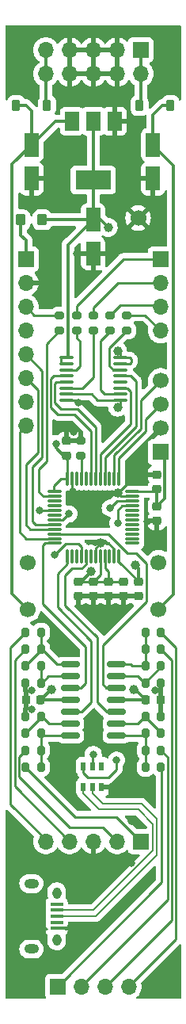
<source format=gbr>
%TF.GenerationSoftware,KiCad,Pcbnew,7.0.7*%
%TF.CreationDate,2023-08-21T16:40:19+01:00*%
%TF.ProjectId,QuadEnv_Components_2,51756164-456e-4765-9f43-6f6d706f6e65,rev?*%
%TF.SameCoordinates,Original*%
%TF.FileFunction,Copper,L1,Top*%
%TF.FilePolarity,Positive*%
%FSLAX46Y46*%
G04 Gerber Fmt 4.6, Leading zero omitted, Abs format (unit mm)*
G04 Created by KiCad (PCBNEW 7.0.7) date 2023-08-21 16:40:19*
%MOMM*%
%LPD*%
G01*
G04 APERTURE LIST*
G04 Aperture macros list*
%AMRoundRect*
0 Rectangle with rounded corners*
0 $1 Rounding radius*
0 $2 $3 $4 $5 $6 $7 $8 $9 X,Y pos of 4 corners*
0 Add a 4 corners polygon primitive as box body*
4,1,4,$2,$3,$4,$5,$6,$7,$8,$9,$2,$3,0*
0 Add four circle primitives for the rounded corners*
1,1,$1+$1,$2,$3*
1,1,$1+$1,$4,$5*
1,1,$1+$1,$6,$7*
1,1,$1+$1,$8,$9*
0 Add four rect primitives between the rounded corners*
20,1,$1+$1,$2,$3,$4,$5,0*
20,1,$1+$1,$4,$5,$6,$7,0*
20,1,$1+$1,$6,$7,$8,$9,0*
20,1,$1+$1,$8,$9,$2,$3,0*%
G04 Aperture macros list end*
%TA.AperFunction,SMDPad,CuDef*%
%ADD10RoundRect,0.200000X-0.200000X-0.275000X0.200000X-0.275000X0.200000X0.275000X-0.200000X0.275000X0*%
%TD*%
%TA.AperFunction,SMDPad,CuDef*%
%ADD11R,0.600000X0.950000*%
%TD*%
%TA.AperFunction,SMDPad,CuDef*%
%ADD12RoundRect,0.250000X-0.550000X1.050000X-0.550000X-1.050000X0.550000X-1.050000X0.550000X1.050000X0*%
%TD*%
%TA.AperFunction,SMDPad,CuDef*%
%ADD13RoundRect,0.250000X0.550000X-1.050000X0.550000X1.050000X-0.550000X1.050000X-0.550000X-1.050000X0*%
%TD*%
%TA.AperFunction,SMDPad,CuDef*%
%ADD14RoundRect,0.200000X0.275000X-0.200000X0.275000X0.200000X-0.275000X0.200000X-0.275000X-0.200000X0*%
%TD*%
%TA.AperFunction,SMDPad,CuDef*%
%ADD15RoundRect,0.225000X0.250000X-0.225000X0.250000X0.225000X-0.250000X0.225000X-0.250000X-0.225000X0*%
%TD*%
%TA.AperFunction,SMDPad,CuDef*%
%ADD16RoundRect,0.225000X-0.250000X0.225000X-0.250000X-0.225000X0.250000X-0.225000X0.250000X0.225000X0*%
%TD*%
%TA.AperFunction,SMDPad,CuDef*%
%ADD17RoundRect,0.150000X-0.825000X-0.150000X0.825000X-0.150000X0.825000X0.150000X-0.825000X0.150000X0*%
%TD*%
%TA.AperFunction,SMDPad,CuDef*%
%ADD18RoundRect,0.200000X0.200000X0.275000X-0.200000X0.275000X-0.200000X-0.275000X0.200000X-0.275000X0*%
%TD*%
%TA.AperFunction,ComponentPad*%
%ADD19C,1.700000*%
%TD*%
%TA.AperFunction,SMDPad,CuDef*%
%ADD20RoundRect,0.250000X0.275000X0.350000X-0.275000X0.350000X-0.275000X-0.350000X0.275000X-0.350000X0*%
%TD*%
%TA.AperFunction,SMDPad,CuDef*%
%ADD21RoundRect,0.200000X-0.275000X0.200000X-0.275000X-0.200000X0.275000X-0.200000X0.275000X0.200000X0*%
%TD*%
%TA.AperFunction,SMDPad,CuDef*%
%ADD22RoundRect,0.225000X-0.225000X-0.375000X0.225000X-0.375000X0.225000X0.375000X-0.225000X0.375000X0*%
%TD*%
%TA.AperFunction,SMDPad,CuDef*%
%ADD23R,1.500000X2.000000*%
%TD*%
%TA.AperFunction,SMDPad,CuDef*%
%ADD24R,3.800000X2.000000*%
%TD*%
%TA.AperFunction,ComponentPad*%
%ADD25R,1.700000X1.700000*%
%TD*%
%TA.AperFunction,ComponentPad*%
%ADD26O,1.700000X1.700000*%
%TD*%
%TA.AperFunction,ComponentPad*%
%ADD27O,0.950000X1.250000*%
%TD*%
%TA.AperFunction,ComponentPad*%
%ADD28O,1.550000X1.000000*%
%TD*%
%TA.AperFunction,SMDPad,CuDef*%
%ADD29R,1.350000X0.400000*%
%TD*%
%TA.AperFunction,SMDPad,CuDef*%
%ADD30RoundRect,0.225000X-0.225000X-0.250000X0.225000X-0.250000X0.225000X0.250000X-0.225000X0.250000X0*%
%TD*%
%TA.AperFunction,SMDPad,CuDef*%
%ADD31RoundRect,0.100000X-0.637500X-0.100000X0.637500X-0.100000X0.637500X0.100000X-0.637500X0.100000X0*%
%TD*%
%TA.AperFunction,SMDPad,CuDef*%
%ADD32RoundRect,0.075000X-0.662500X-0.075000X0.662500X-0.075000X0.662500X0.075000X-0.662500X0.075000X0*%
%TD*%
%TA.AperFunction,SMDPad,CuDef*%
%ADD33RoundRect,0.075000X-0.075000X-0.662500X0.075000X-0.662500X0.075000X0.662500X-0.075000X0.662500X0*%
%TD*%
%TA.AperFunction,SMDPad,CuDef*%
%ADD34RoundRect,0.225000X0.225000X0.250000X-0.225000X0.250000X-0.225000X-0.250000X0.225000X-0.250000X0*%
%TD*%
%TA.AperFunction,ViaPad*%
%ADD35C,1.000000*%
%TD*%
%TA.AperFunction,ViaPad*%
%ADD36C,0.800000*%
%TD*%
%TA.AperFunction,Conductor*%
%ADD37C,0.250000*%
%TD*%
%TA.AperFunction,Conductor*%
%ADD38C,0.350000*%
%TD*%
%TA.AperFunction,Conductor*%
%ADD39C,0.200000*%
%TD*%
G04 APERTURE END LIST*
D10*
%TO.P,R22,1*%
%TO.N,Net-(R15-Pad1)*%
X64975000Y-127470000D03*
%TO.P,R22,2*%
%TO.N,/Env3_Out*%
X66625000Y-127470000D03*
%TD*%
D11*
%TO.P,U5,1,VBUS*%
%TO.N,unconnected-(U5-VBUS-Pad1)*%
X60250000Y-129175000D03*
%TO.P,U5,2,D1_OUT*%
%TO.N,/USB_DP*%
X59300000Y-129175000D03*
%TO.P,U5,3,D2_OUT*%
%TO.N,/USB_DM*%
X58350000Y-129175000D03*
%TO.P,U5,4,D2_IN*%
%TO.N,/D-*%
X58350000Y-131425000D03*
%TO.P,U5,5,D1_IN*%
%TO.N,/D+*%
X59300000Y-131425000D03*
%TO.P,U5,6,GND*%
%TO.N,GND*%
X60250000Y-131425000D03*
%TD*%
D12*
%TO.P,C4,1*%
%TO.N,+12V*%
X52800000Y-62800000D03*
%TO.P,C4,2*%
%TO.N,GND*%
X52800000Y-66400000D03*
%TD*%
D13*
%TO.P,C5,1*%
%TO.N,GND*%
X65800000Y-66400000D03*
%TO.P,C5,2*%
%TO.N,-12V*%
X65800000Y-62800000D03*
%TD*%
D14*
%TO.P,R3,1*%
%TO.N,Net-(U3-D)*%
X63000000Y-82625000D03*
%TO.P,R3,2*%
%TO.N,/Gate4_In*%
X63000000Y-80975000D03*
%TD*%
D15*
%TO.P,C11,1*%
%TO.N,GND*%
X57800000Y-110975000D03*
%TO.P,C11,2*%
%TO.N,+3.3VA*%
X57800000Y-109425000D03*
%TD*%
D10*
%TO.P,R16,1*%
%TO.N,Net-(R16-Pad1)*%
X64975000Y-118470000D03*
%TO.P,R16,2*%
%TO.N,Net-(U4D--)*%
X66625000Y-118470000D03*
%TD*%
D16*
%TO.P,C7,1*%
%TO.N,+3.3VA*%
X61000000Y-109425000D03*
%TO.P,C7,2*%
%TO.N,GND*%
X61000000Y-110975000D03*
%TD*%
D17*
%TO.P,U4,1*%
%TO.N,Net-(R13-Pad1)*%
X56925000Y-118290000D03*
%TO.P,U4,2,-*%
%TO.N,Net-(U4A--)*%
X56925000Y-119560000D03*
%TO.P,U4,3,+*%
%TO.N,/Env1_DAC*%
X56925000Y-120830000D03*
%TO.P,U4,4,V+*%
%TO.N,+12V*%
X56925000Y-122100000D03*
%TO.P,U4,5,+*%
%TO.N,/Env2_DAC*%
X56925000Y-123370000D03*
%TO.P,U4,6,-*%
%TO.N,Net-(U4B--)*%
X56925000Y-124640000D03*
%TO.P,U4,7*%
%TO.N,Net-(R14-Pad1)*%
X56925000Y-125910000D03*
%TO.P,U4,8*%
%TO.N,Net-(R15-Pad1)*%
X61875000Y-125910000D03*
%TO.P,U4,9,-*%
%TO.N,Net-(U4C--)*%
X61875000Y-124640000D03*
%TO.P,U4,10,+*%
%TO.N,/Env3_DAC*%
X61875000Y-123370000D03*
%TO.P,U4,11,V-*%
%TO.N,-12V*%
X61875000Y-122100000D03*
%TO.P,U4,12,+*%
%TO.N,/Env4_DAC*%
X61875000Y-120830000D03*
%TO.P,U4,13,-*%
%TO.N,Net-(U4D--)*%
X61875000Y-119560000D03*
%TO.P,U4,14*%
%TO.N,Net-(R16-Pad1)*%
X61875000Y-118290000D03*
%TD*%
D14*
%TO.P,R4,1*%
%TO.N,Net-(U3-C)*%
X61200000Y-82625000D03*
%TO.P,R4,2*%
%TO.N,/Gate3_In*%
X61200000Y-80975000D03*
%TD*%
D18*
%TO.P,R9,1*%
%TO.N,Net-(U4A--)*%
X53825000Y-120270000D03*
%TO.P,R9,2*%
%TO.N,GND*%
X52175000Y-120270000D03*
%TD*%
D19*
%TO.P,TP5,1,1*%
%TO.N,GND*%
X52400000Y-107400000D03*
%TD*%
D20*
%TO.P,L1,1*%
%TO.N,+3.3V*%
X53950000Y-70800000D03*
%TO.P,L1,2*%
%TO.N,+3.3VA*%
X51650000Y-70800000D03*
%TD*%
D12*
%TO.P,C8,1*%
%TO.N,+3.3V*%
X59400000Y-70800000D03*
%TO.P,C8,2*%
%TO.N,GND*%
X59400000Y-74400000D03*
%TD*%
D18*
%TO.P,R17,1*%
%TO.N,Net-(R13-Pad1)*%
X53825000Y-116670000D03*
%TO.P,R17,2*%
%TO.N,/Led1_Out*%
X52175000Y-116670000D03*
%TD*%
D21*
%TO.P,R5,1*%
%TO.N,GND*%
X58100000Y-94375000D03*
%TO.P,R5,2*%
%TO.N,/BOOT0*%
X58100000Y-96025000D03*
%TD*%
D15*
%TO.P,C3,1*%
%TO.N,+3.3V*%
X66200000Y-99575000D03*
%TO.P,C3,2*%
%TO.N,GND*%
X66200000Y-98025000D03*
%TD*%
D10*
%TO.P,R24,1*%
%TO.N,Net-(R16-Pad1)*%
X64975000Y-114870000D03*
%TO.P,R24,2*%
%TO.N,/Env4_Out*%
X66625000Y-114870000D03*
%TD*%
%TO.P,R11,1*%
%TO.N,Net-(U4C--)*%
X64975000Y-123870000D03*
%TO.P,R11,2*%
%TO.N,GND*%
X66625000Y-123870000D03*
%TD*%
D15*
%TO.P,C12,1*%
%TO.N,GND*%
X59400000Y-110975000D03*
%TO.P,C12,2*%
%TO.N,+3.3VA*%
X59400000Y-109425000D03*
%TD*%
D22*
%TO.P,D1,1,K*%
%TO.N,+12V*%
X51150000Y-58600000D03*
%TO.P,D1,2,A*%
%TO.N,/+12V_IN*%
X54450000Y-58600000D03*
%TD*%
D10*
%TO.P,R12,1*%
%TO.N,Net-(U4D--)*%
X64975000Y-120270000D03*
%TO.P,R12,2*%
%TO.N,GND*%
X66625000Y-120270000D03*
%TD*%
D22*
%TO.P,D2,1,K*%
%TO.N,/-12V_IN*%
X64350000Y-58600000D03*
%TO.P,D2,2,A*%
%TO.N,-12V*%
X67650000Y-58600000D03*
%TD*%
D21*
%TO.P,R6,1*%
%TO.N,/Mode_Led*%
X55800000Y-80975000D03*
%TO.P,R6,2*%
%TO.N,Net-(U1-PC13)*%
X55800000Y-82625000D03*
%TD*%
D19*
%TO.P,TP3,1,1*%
%TO.N,+12V*%
X52400000Y-112400000D03*
%TD*%
D18*
%TO.P,R10,1*%
%TO.N,Net-(U4B--)*%
X53825000Y-123870000D03*
%TO.P,R10,2*%
%TO.N,GND*%
X52175000Y-123870000D03*
%TD*%
D23*
%TO.P,U2,1,GND*%
%TO.N,GND*%
X61700000Y-60250000D03*
%TO.P,U2,2,VO*%
%TO.N,+3.3V*%
X59400000Y-60250000D03*
D24*
X59400000Y-66550000D03*
D23*
%TO.P,U2,3,VI*%
%TO.N,+12V*%
X57100000Y-60250000D03*
%TD*%
D18*
%TO.P,R18,1*%
%TO.N,Net-(R13-Pad1)*%
X53825000Y-114870000D03*
%TO.P,R18,2*%
%TO.N,/Env1_Out*%
X52175000Y-114870000D03*
%TD*%
D25*
%TO.P,J6,1,Pin_1*%
%TO.N,/-12V_IN*%
X64480000Y-52660000D03*
D26*
%TO.P,J6,2,Pin_2*%
X64480000Y-55200000D03*
%TO.P,J6,3,Pin_3*%
%TO.N,GND*%
X61940000Y-52660000D03*
%TO.P,J6,4,Pin_4*%
X61940000Y-55200000D03*
%TO.P,J6,5,Pin_5*%
X59400000Y-52660000D03*
%TO.P,J6,6,Pin_6*%
X59400000Y-55200000D03*
%TO.P,J6,7,Pin_7*%
X56860000Y-52660000D03*
%TO.P,J6,8,Pin_8*%
X56860000Y-55200000D03*
%TO.P,J6,9,Pin_9*%
%TO.N,/+12V_IN*%
X54320000Y-52660000D03*
%TO.P,J6,10,Pin_10*%
X54320000Y-55200000D03*
%TD*%
D16*
%TO.P,C1,1*%
%TO.N,+3.3V*%
X66200000Y-101425000D03*
%TO.P,C1,2*%
%TO.N,GND*%
X66200000Y-102975000D03*
%TD*%
D21*
%TO.P,R1,1*%
%TO.N,/Gate1_In*%
X57600000Y-80975000D03*
%TO.P,R1,2*%
%TO.N,Net-(U3-A)*%
X57600000Y-82625000D03*
%TD*%
D27*
%TO.P,J7,*%
%TO.N,*%
X55485000Y-142700000D03*
X55485000Y-147700000D03*
D28*
X52785000Y-148700000D03*
D29*
%TO.P,J7,1,VBUS*%
%TO.N,unconnected-(J7-VBUS-Pad1)*%
X55485000Y-143900000D03*
%TO.P,J7,2,D-*%
%TO.N,/D-*%
X55485000Y-144550000D03*
%TO.P,J7,3,D+*%
%TO.N,/D+*%
X55485000Y-145200000D03*
%TO.P,J7,4,ID*%
%TO.N,unconnected-(J7-ID-Pad4)*%
X55485000Y-145850000D03*
%TO.P,J7,5,GND*%
%TO.N,GND*%
X55485000Y-146500000D03*
D28*
%TO.P,J7,6,Shield*%
%TO.N,unconnected-(J7-Shield-Pad6)*%
X52785000Y-141700000D03*
%TD*%
D30*
%TO.P,C9,1*%
%TO.N,GND*%
X52225000Y-122070000D03*
%TO.P,C9,2*%
%TO.N,+12V*%
X53775000Y-122070000D03*
%TD*%
D15*
%TO.P,C6,1*%
%TO.N,+3.3V*%
X56500000Y-95975000D03*
%TO.P,C6,2*%
%TO.N,GND*%
X56500000Y-94425000D03*
%TD*%
D31*
%TO.P,U3,1,Vcc*%
%TO.N,+3.3V*%
X56537500Y-85525000D03*
%TO.P,U3,2,EN_A*%
X56537500Y-86175000D03*
%TO.P,U3,3,A*%
%TO.N,Net-(U3-A)*%
X56537500Y-86825000D03*
%TO.P,U3,4,E*%
%TO.N,/Gate1*%
X56537500Y-87475000D03*
%TO.P,U3,5,F*%
%TO.N,/Gate2*%
X56537500Y-88125000D03*
%TO.P,U3,6,B*%
%TO.N,Net-(U3-B)*%
X56537500Y-88775000D03*
%TO.P,U3,7,EN_B*%
%TO.N,+3.3V*%
X56537500Y-89425000D03*
%TO.P,U3,8,Vss*%
%TO.N,GND*%
X56537500Y-90075000D03*
%TO.P,U3,9,EN_C*%
%TO.N,+3.3V*%
X62262500Y-90075000D03*
%TO.P,U3,10,C*%
%TO.N,Net-(U3-C)*%
X62262500Y-89425000D03*
%TO.P,U3,11,G*%
%TO.N,/Gate3*%
X62262500Y-88775000D03*
%TO.P,U3,12,NC*%
%TO.N,unconnected-(U3-NC-Pad12)*%
X62262500Y-88125000D03*
%TO.P,U3,13,H*%
%TO.N,/Gate4*%
X62262500Y-87475000D03*
%TO.P,U3,14,D*%
%TO.N,Net-(U3-D)*%
X62262500Y-86825000D03*
%TO.P,U3,15,EN_D*%
%TO.N,+3.3V*%
X62262500Y-86175000D03*
%TO.P,U3,16,Vdd*%
X62262500Y-85525000D03*
%TD*%
D10*
%TO.P,R13,1*%
%TO.N,Net-(R13-Pad1)*%
X52175000Y-118470000D03*
%TO.P,R13,2*%
%TO.N,Net-(U4A--)*%
X53825000Y-118470000D03*
%TD*%
D16*
%TO.P,C2,1*%
%TO.N,+3.3V*%
X64200000Y-109425000D03*
%TO.P,C2,2*%
%TO.N,GND*%
X64200000Y-110975000D03*
%TD*%
D18*
%TO.P,R14,1*%
%TO.N,Net-(R14-Pad1)*%
X53825000Y-125670000D03*
%TO.P,R14,2*%
%TO.N,Net-(U4B--)*%
X52175000Y-125670000D03*
%TD*%
%TO.P,R19,1*%
%TO.N,Net-(R14-Pad1)*%
X53825000Y-129270000D03*
%TO.P,R19,2*%
%TO.N,/Led2_Out*%
X52175000Y-129270000D03*
%TD*%
D25*
%TO.P,J5,1,Pin_1*%
%TO.N,+3.3V*%
X66600000Y-95610000D03*
D19*
%TO.P,J5,2,Pin_2*%
%TO.N,GND*%
X66600000Y-93070000D03*
%TO.P,J5,3,Pin_3*%
%TO.N,/SWIO*%
X66600000Y-90530000D03*
%TO.P,J5,4,Pin_4*%
%TO.N,/SWCLK*%
X66600000Y-87990000D03*
%TD*%
D32*
%TO.P,U1,1,VBAT*%
%TO.N,+3.3V*%
X55237500Y-99850000D03*
%TO.P,U1,2,PC13*%
%TO.N,Net-(U1-PC13)*%
X55237500Y-100350000D03*
%TO.P,U1,3,PC14-OSC32_IN*%
%TO.N,unconnected-(U1-PC14-OSC32_IN-Pad3)*%
X55237500Y-100850000D03*
%TO.P,U1,4,PC15-OSC32_OUT*%
%TO.N,unconnected-(U1-PC15-OSC32_OUT-Pad4)*%
X55237500Y-101350000D03*
%TO.P,U1,5,PF0-OSC_IN*%
%TO.N,/Mode_Btn*%
X55237500Y-101850000D03*
%TO.P,U1,6,PF1-OSC_OUT*%
%TO.N,unconnected-(U1-PF1-OSC_OUT-Pad6)*%
X55237500Y-102350000D03*
%TO.P,U1,7,PG10-NRST*%
%TO.N,unconnected-(U1-PG10-NRST-Pad7)*%
X55237500Y-102850000D03*
%TO.P,U1,8,PA0*%
%TO.N,/Attack_Pot*%
X55237500Y-103350000D03*
%TO.P,U1,9,PA1*%
%TO.N,/Decay_Pot*%
X55237500Y-103850000D03*
%TO.P,U1,10,PA2*%
%TO.N,/Env4_DAC*%
X55237500Y-104350000D03*
%TO.P,U1,11,PA3*%
%TO.N,/Release_Pot*%
X55237500Y-104850000D03*
%TO.P,U1,12,PA4*%
%TO.N,/Env1_DAC*%
X55237500Y-105350000D03*
D33*
%TO.P,U1,13,PA5*%
%TO.N,/Env2_DAC*%
X56650000Y-106762500D03*
%TO.P,U1,14,PA6*%
%TO.N,unconnected-(U1-PA6-Pad14)*%
X57150000Y-106762500D03*
%TO.P,U1,15,PA7*%
%TO.N,unconnected-(U1-PA7-Pad15)*%
X57650000Y-106762500D03*
%TO.P,U1,16,PB0*%
%TO.N,/Sustain_Pot*%
X58150000Y-106762500D03*
%TO.P,U1,17,PB1*%
%TO.N,/Env3_DAC*%
X58650000Y-106762500D03*
%TO.P,U1,18,PB2*%
%TO.N,unconnected-(U1-PB2-Pad18)*%
X59150000Y-106762500D03*
%TO.P,U1,19,VSSA*%
%TO.N,GND*%
X59650000Y-106762500D03*
%TO.P,U1,20,VREF+*%
%TO.N,+3.3VA*%
X60150000Y-106762500D03*
%TO.P,U1,21,VDDA*%
X60650000Y-106762500D03*
%TO.P,U1,22,PB10*%
%TO.N,unconnected-(U1-PB10-Pad22)*%
X61150000Y-106762500D03*
%TO.P,U1,23,VSS*%
%TO.N,GND*%
X61650000Y-106762500D03*
%TO.P,U1,24,VDD*%
%TO.N,+3.3V*%
X62150000Y-106762500D03*
D32*
%TO.P,U1,25,PB11*%
%TO.N,unconnected-(U1-PB11-Pad25)*%
X63562500Y-105350000D03*
%TO.P,U1,26,PB12*%
%TO.N,unconnected-(U1-PB12-Pad26)*%
X63562500Y-104850000D03*
%TO.P,U1,27,PB13*%
%TO.N,unconnected-(U1-PB13-Pad27)*%
X63562500Y-104350000D03*
%TO.P,U1,28,PB14*%
%TO.N,unconnected-(U1-PB14-Pad28)*%
X63562500Y-103850000D03*
%TO.P,U1,29,PB15*%
%TO.N,unconnected-(U1-PB15-Pad29)*%
X63562500Y-103350000D03*
%TO.P,U1,30,PA8*%
%TO.N,unconnected-(U1-PA8-Pad30)*%
X63562500Y-102850000D03*
%TO.P,U1,31,PA9*%
%TO.N,unconnected-(U1-PA9-Pad31)*%
X63562500Y-102350000D03*
%TO.P,U1,32,PA10*%
%TO.N,unconnected-(U1-PA10-Pad32)*%
X63562500Y-101850000D03*
%TO.P,U1,33,PA11*%
%TO.N,/USB_DM*%
X63562500Y-101350000D03*
%TO.P,U1,34,PA12*%
%TO.N,/USB_DP*%
X63562500Y-100850000D03*
%TO.P,U1,35,VSS*%
%TO.N,GND*%
X63562500Y-100350000D03*
%TO.P,U1,36,VDD*%
%TO.N,+3.3V*%
X63562500Y-99850000D03*
D33*
%TO.P,U1,37,PA13*%
%TO.N,/SWIO*%
X62150000Y-98437500D03*
%TO.P,U1,38,PA14*%
%TO.N,/SWCLK*%
X61650000Y-98437500D03*
%TO.P,U1,39,PA15*%
%TO.N,unconnected-(U1-PA15-Pad39)*%
X61150000Y-98437500D03*
%TO.P,U1,40,PB3*%
%TO.N,/Gate4*%
X60650000Y-98437500D03*
%TO.P,U1,41,PB4*%
%TO.N,/Gate3*%
X60150000Y-98437500D03*
%TO.P,U1,42,PB5*%
%TO.N,/Gate2*%
X59650000Y-98437500D03*
%TO.P,U1,43,PB6*%
%TO.N,/Gate1*%
X59150000Y-98437500D03*
%TO.P,U1,44,PB7*%
%TO.N,unconnected-(U1-PB7-Pad44)*%
X58650000Y-98437500D03*
%TO.P,U1,45,PB8-BOOT0*%
%TO.N,/BOOT0*%
X58150000Y-98437500D03*
%TO.P,U1,46,PB9*%
%TO.N,unconnected-(U1-PB9-Pad46)*%
X57650000Y-98437500D03*
%TO.P,U1,47,VSS*%
%TO.N,GND*%
X57150000Y-98437500D03*
%TO.P,U1,48,VDD*%
%TO.N,+3.3V*%
X56650000Y-98437500D03*
%TD*%
D19*
%TO.P,TP2,1,1*%
%TO.N,+3.3V*%
X66400000Y-107400000D03*
%TD*%
D21*
%TO.P,R2,1*%
%TO.N,/Gate2_In*%
X59400000Y-80975000D03*
%TO.P,R2,2*%
%TO.N,Net-(U3-B)*%
X59400000Y-82625000D03*
%TD*%
D10*
%TO.P,R23,1*%
%TO.N,Net-(R16-Pad1)*%
X64975000Y-116670000D03*
%TO.P,R23,2*%
%TO.N,/Led4_Out*%
X66625000Y-116670000D03*
%TD*%
D18*
%TO.P,R20,1*%
%TO.N,Net-(R14-Pad1)*%
X53825000Y-127470000D03*
%TO.P,R20,2*%
%TO.N,/Env2_Out*%
X52175000Y-127470000D03*
%TD*%
D10*
%TO.P,R21,1*%
%TO.N,Net-(R15-Pad1)*%
X64975000Y-129270000D03*
%TO.P,R21,2*%
%TO.N,/Led3_Out*%
X66625000Y-129270000D03*
%TD*%
D19*
%TO.P,TP1,1,1*%
%TO.N,GND*%
X64200000Y-70600000D03*
%TD*%
D34*
%TO.P,C10,1*%
%TO.N,GND*%
X66575000Y-122070000D03*
%TO.P,C10,2*%
%TO.N,-12V*%
X65025000Y-122070000D03*
%TD*%
D19*
%TO.P,TP4,1,1*%
%TO.N,-12V*%
X66400000Y-112400000D03*
%TD*%
D15*
%TO.P,C13,1*%
%TO.N,GND*%
X62600000Y-110975000D03*
%TO.P,C13,2*%
%TO.N,+3.3VA*%
X62600000Y-109425000D03*
%TD*%
D10*
%TO.P,R15,1*%
%TO.N,Net-(R15-Pad1)*%
X64975000Y-125670000D03*
%TO.P,R15,2*%
%TO.N,Net-(U4C--)*%
X66625000Y-125670000D03*
%TD*%
D25*
%TO.P,J1,1,Pin_1*%
%TO.N,+3.3VA*%
X52200000Y-75000000D03*
D26*
%TO.P,J1,2,Pin_2*%
%TO.N,GND*%
X52200000Y-77540000D03*
%TO.P,J1,3,Pin_3*%
%TO.N,/Mode_Led*%
X52200000Y-80080000D03*
%TO.P,J1,4,Pin_4*%
%TO.N,/Mode_Btn*%
X52200000Y-82620000D03*
%TO.P,J1,5,Pin_5*%
%TO.N,/Attack_Pot*%
X52200000Y-85160000D03*
%TO.P,J1,6,Pin_6*%
%TO.N,/Decay_Pot*%
X52200000Y-87700000D03*
%TO.P,J1,7,Pin_7*%
%TO.N,/Sustain_Pot*%
X52200000Y-90240000D03*
%TO.P,J1,8,Pin_8*%
%TO.N,/Release_Pot*%
X52200000Y-92780000D03*
%TD*%
D25*
%TO.P,J4,1,Pin_1*%
%TO.N,/Led3_Out*%
X55600000Y-152700000D03*
D26*
%TO.P,J4,2,Pin_2*%
%TO.N,/Env3_Out*%
X58140000Y-152700000D03*
%TO.P,J4,3,Pin_3*%
%TO.N,/Led4_Out*%
X60680000Y-152700000D03*
%TO.P,J4,4,Pin_4*%
%TO.N,/Env4_Out*%
X63220000Y-152700000D03*
%TD*%
D25*
%TO.P,J2,1,Pin_1*%
%TO.N,/Gate1_In*%
X66600000Y-75000000D03*
D26*
%TO.P,J2,2,Pin_2*%
%TO.N,/Gate2_In*%
X66600000Y-77540000D03*
%TO.P,J2,3,Pin_3*%
%TO.N,/Gate3_In*%
X66600000Y-80080000D03*
%TO.P,J2,4,Pin_4*%
%TO.N,/Gate4_In*%
X66600000Y-82620000D03*
%TD*%
D25*
%TO.P,J3,1,Pin_1*%
%TO.N,/Led2_Out*%
X64480000Y-137200000D03*
D26*
%TO.P,J3,2,Pin_2*%
%TO.N,/Env2_Out*%
X61940000Y-137200000D03*
%TO.P,J3,3,Pin_3*%
%TO.N,GND*%
X59400000Y-137200000D03*
%TO.P,J3,4,Pin_4*%
%TO.N,/Led1_Out*%
X56860000Y-137200000D03*
%TO.P,J3,5,Pin_5*%
%TO.N,/Env1_Out*%
X54320000Y-137200000D03*
%TD*%
D35*
%TO.N,+3.3V*%
X63900000Y-107700000D03*
X62000000Y-84800000D03*
X62000000Y-90800000D03*
X61000000Y-71600000D03*
D36*
X55400000Y-94700000D03*
%TO.N,GND*%
X60200000Y-103000000D03*
X59400000Y-76600000D03*
X66000000Y-121070000D03*
X58600000Y-112400000D03*
X54000000Y-146500000D03*
D35*
X60200000Y-105325500D03*
D36*
X63600000Y-60400000D03*
X57200000Y-139400000D03*
X57600000Y-103200000D03*
X56800000Y-116800000D03*
X65200000Y-103000000D03*
X52800000Y-121070000D03*
X54800000Y-66400000D03*
X56400000Y-72000000D03*
X55000000Y-77000000D03*
X57100000Y-146600000D03*
X63400000Y-127200000D03*
X63445024Y-139545024D03*
D35*
X62000000Y-100000000D03*
D36*
X63500000Y-135000000D03*
X57200000Y-99800000D03*
X51300000Y-151100000D03*
X60800000Y-93200000D03*
X59600000Y-124000000D03*
X57600000Y-74400000D03*
X64750000Y-86650000D03*
X61600000Y-62400000D03*
X58000000Y-68600000D03*
X52800000Y-68800000D03*
X52800000Y-123070000D03*
X63700000Y-131200000D03*
X55600000Y-127400000D03*
X51300000Y-136100000D03*
X64000000Y-66400000D03*
X57836413Y-90287948D03*
X57299992Y-93500000D03*
X66900000Y-152400000D03*
X55400000Y-62200000D03*
X65000000Y-98000000D03*
X61200000Y-68800000D03*
D35*
%TO.N,+12V*%
X54887500Y-120957500D03*
%TO.N,-12V*%
X63700000Y-120970000D03*
D36*
%TO.N,/Mode_Btn*%
X53700000Y-101800000D03*
%TO.N,/Sustain_Pot*%
X55295343Y-106595343D03*
%TO.N,/USB_DM*%
X62000000Y-103200000D03*
X61900000Y-128500000D03*
%TO.N,/USB_DP*%
X59400000Y-127900000D03*
X61200000Y-101600000D03*
D35*
%TO.N,+3.3VA*%
X59200000Y-108400000D03*
D36*
%TO.N,unconnected-(U1-PG10-NRST-Pad7)*%
X56800000Y-102200000D03*
%TD*%
D37*
%TO.N,+3.3V*%
X59225000Y-89425000D02*
X56537500Y-89425000D01*
D38*
X56700000Y-85362500D02*
X56537500Y-85525000D01*
X59400000Y-70800000D02*
X60200000Y-70800000D01*
D37*
X64200000Y-109400000D02*
X64200000Y-109425000D01*
X63325000Y-85525000D02*
X62262500Y-85525000D01*
D38*
X67050000Y-100575000D02*
X66200000Y-101425000D01*
D37*
X62262500Y-90537500D02*
X62000000Y-90800000D01*
X55936979Y-85999417D02*
X56112562Y-86175000D01*
D38*
X53950000Y-70800000D02*
X59400000Y-70800000D01*
X59400000Y-66550000D02*
X59400000Y-70800000D01*
X56700000Y-73500000D02*
X56700000Y-85362500D01*
D37*
X56537500Y-85525000D02*
X56512500Y-85500000D01*
X62262500Y-90075000D02*
X62262500Y-90537500D01*
D38*
X64200000Y-109425000D02*
X64200000Y-108000000D01*
D37*
X55200000Y-99812500D02*
X55200000Y-99200000D01*
X55237500Y-99850000D02*
X55200000Y-99812500D01*
X56112562Y-86175000D02*
X56537500Y-86175000D01*
X55200000Y-99200000D02*
X55962500Y-98437500D01*
D38*
X56200000Y-95975000D02*
X55400000Y-95175000D01*
D37*
X62262500Y-86175000D02*
X63325000Y-86175000D01*
X59875000Y-90075000D02*
X59225000Y-89425000D01*
X62262500Y-85525000D02*
X62262500Y-85062500D01*
X63500000Y-85700000D02*
X63325000Y-85525000D01*
D38*
X64200000Y-108000000D02*
X63900000Y-107700000D01*
D37*
X55936979Y-85626625D02*
X55936979Y-85999417D01*
X56063604Y-85500000D02*
X55936979Y-85626625D01*
X62262500Y-85062500D02*
X62000000Y-84800000D01*
X56650000Y-98437500D02*
X56650000Y-96425000D01*
X66175000Y-99850000D02*
X66225000Y-99800000D01*
D38*
X59400000Y-60250000D02*
X59400000Y-66550000D01*
X55400000Y-95175000D02*
X55400000Y-94700000D01*
D37*
X63562500Y-99850000D02*
X66175000Y-99850000D01*
X63500000Y-86000000D02*
X63500000Y-85700000D01*
X62150000Y-107350000D02*
X64200000Y-109400000D01*
D38*
X67050000Y-96060000D02*
X67050000Y-100575000D01*
X66225000Y-101400000D02*
X66225000Y-99800000D01*
X66600000Y-95610000D02*
X67050000Y-96060000D01*
D37*
X56650000Y-96425000D02*
X56200000Y-95975000D01*
X62262500Y-90075000D02*
X59875000Y-90075000D01*
X55962500Y-98437500D02*
X56650000Y-98437500D01*
D38*
X59400000Y-70800000D02*
X56700000Y-73500000D01*
X60200000Y-70800000D02*
X61000000Y-71600000D01*
D37*
X56512500Y-85500000D02*
X56063604Y-85500000D01*
X62150000Y-106762500D02*
X62150000Y-107350000D01*
X63325000Y-86175000D02*
X63500000Y-86000000D01*
%TO.N,GND*%
X56537500Y-90075000D02*
X57623465Y-90075000D01*
X57150000Y-99750000D02*
X57200000Y-99800000D01*
X59650000Y-106762500D02*
X59650000Y-105875500D01*
X64000000Y-98000000D02*
X65000000Y-98000000D01*
X57150000Y-98437500D02*
X57150000Y-99750000D01*
X61650000Y-106762500D02*
X61650000Y-105959315D01*
X61650000Y-105959315D02*
X61016185Y-105325500D01*
D38*
X57000000Y-146500000D02*
X57100000Y-146600000D01*
X55485000Y-146500000D02*
X57000000Y-146500000D01*
D37*
X62350000Y-100350000D02*
X62000000Y-100000000D01*
X57299992Y-93574992D02*
X57299992Y-93500000D01*
X63562500Y-100350000D02*
X62350000Y-100350000D01*
X62000000Y-100000000D02*
X64000000Y-98000000D01*
X57623465Y-90075000D02*
X57836413Y-90287948D01*
X61016185Y-105325500D02*
X60200000Y-105325500D01*
X59650000Y-105875500D02*
X60200000Y-105325500D01*
D38*
%TO.N,+12V*%
X55350000Y-60250000D02*
X52800000Y-62800000D01*
X52200000Y-58600000D02*
X52800000Y-59200000D01*
X52800000Y-59200000D02*
X52800000Y-62800000D01*
X56895000Y-122070000D02*
X56925000Y-122100000D01*
X50725499Y-110725499D02*
X52400000Y-112400000D01*
X57100000Y-60250000D02*
X55350000Y-60250000D01*
X53775000Y-122070000D02*
X56895000Y-122070000D01*
X51150000Y-58600000D02*
X52200000Y-58600000D01*
X50725499Y-64874501D02*
X50725499Y-110725499D01*
X53775000Y-122070000D02*
X54887500Y-120957500D01*
X52800000Y-62800000D02*
X50725499Y-64874501D01*
%TO.N,-12V*%
X65025000Y-122070000D02*
X63925000Y-120970000D01*
X68000000Y-65000000D02*
X65800000Y-62800000D01*
X65025000Y-122070000D02*
X61905000Y-122070000D01*
X66400000Y-112400000D02*
X68000000Y-110800000D01*
X68000000Y-110800000D02*
X68000000Y-65000000D01*
X67650000Y-58600000D02*
X66800000Y-58600000D01*
X65800000Y-59600000D02*
X65800000Y-62800000D01*
X63925000Y-120970000D02*
X63700000Y-120970000D01*
X66800000Y-58600000D02*
X65800000Y-59600000D01*
X61905000Y-122070000D02*
X61875000Y-122100000D01*
D37*
%TO.N,/Gate1_In*%
X57600000Y-80000000D02*
X57600000Y-80975000D01*
X62600000Y-75000000D02*
X57600000Y-80000000D01*
X66600000Y-75000000D02*
X62600000Y-75000000D01*
%TO.N,/Gate2_In*%
X59400000Y-80175000D02*
X59400000Y-80975000D01*
X66600000Y-77540000D02*
X66560000Y-77500000D01*
X66560000Y-77500000D02*
X62075000Y-77500000D01*
X62075000Y-77500000D02*
X59400000Y-80175000D01*
%TO.N,/Gate3_In*%
X66600000Y-80080000D02*
X66420000Y-79900000D01*
X66420000Y-79900000D02*
X62275000Y-79900000D01*
X62275000Y-79900000D02*
X61200000Y-80975000D01*
%TO.N,/Gate4_In*%
X66600000Y-82620000D02*
X64955000Y-80975000D01*
X64955000Y-80975000D02*
X63000000Y-80975000D01*
%TO.N,/Led1_Out*%
X52175000Y-116670000D02*
X51000499Y-117844501D01*
X51000499Y-117844501D02*
X51000499Y-131340499D01*
X51000499Y-131340499D02*
X56860000Y-137200000D01*
%TO.N,/Led2_Out*%
X52175000Y-129270000D02*
X57505000Y-134600000D01*
X57505000Y-134600000D02*
X61880000Y-134600000D01*
X61880000Y-134600000D02*
X64480000Y-137200000D01*
%TO.N,/Led3_Out*%
X66725000Y-129370000D02*
X66725000Y-141575000D01*
X66725000Y-141575000D02*
X55600000Y-152700000D01*
X66625000Y-129270000D02*
X66725000Y-129370000D01*
%TO.N,/Led4_Out*%
X67799501Y-117844501D02*
X66625000Y-116670000D01*
X60680000Y-152700000D02*
X60700000Y-152700000D01*
X60700000Y-152700000D02*
X67799501Y-145600499D01*
X67799501Y-145600499D02*
X67799501Y-117844501D01*
D38*
%TO.N,/+12V_IN*%
X54320000Y-55200000D02*
X54320000Y-58470000D01*
X54320000Y-58470000D02*
X54450000Y-58600000D01*
X54320000Y-52660000D02*
X54320000Y-55200000D01*
%TO.N,/-12V_IN*%
X64480000Y-52660000D02*
X64480000Y-55200000D01*
X64480000Y-58470000D02*
X64350000Y-58600000D01*
X64480000Y-55200000D02*
X64480000Y-58470000D01*
D37*
%TO.N,/Mode_Btn*%
X53750000Y-101850000D02*
X53700000Y-101800000D01*
X55237500Y-101850000D02*
X53750000Y-101850000D01*
%TO.N,/Env1_Out*%
X54320000Y-137020000D02*
X54320000Y-137200000D01*
X52175000Y-114870000D02*
X50550998Y-116494002D01*
X50550998Y-116494002D02*
X50550998Y-133250998D01*
X50550998Y-133250998D02*
X54320000Y-137020000D01*
%TO.N,/Env2_Out*%
X51450000Y-130250000D02*
X56900000Y-135700000D01*
X60440000Y-135700000D02*
X61940000Y-137200000D01*
X52175000Y-127470000D02*
X51450000Y-128195000D01*
X51450000Y-128195000D02*
X51450000Y-130250000D01*
X56900000Y-135700000D02*
X60440000Y-135700000D01*
%TO.N,/Env3_Out*%
X58140000Y-152660000D02*
X58140000Y-152700000D01*
X67350000Y-143450000D02*
X58140000Y-152660000D01*
X66625000Y-127470000D02*
X67350000Y-128195000D01*
X67350000Y-128195000D02*
X67350000Y-143450000D01*
%TO.N,/Env4_Out*%
X63220000Y-152680000D02*
X63220000Y-152700000D01*
X68249002Y-147650998D02*
X63220000Y-152680000D01*
X68249002Y-116494002D02*
X68249002Y-147650998D01*
X66625000Y-114870000D02*
X68249002Y-116494002D01*
%TO.N,Net-(R13-Pad1)*%
X56925000Y-118290000D02*
X55532500Y-118290000D01*
X53800000Y-114870000D02*
X53800000Y-116670000D01*
X55532500Y-118290000D02*
X53912500Y-116670000D01*
X52112500Y-118470000D02*
X53912500Y-116670000D01*
%TO.N,Net-(R14-Pad1)*%
X53800000Y-127470000D02*
X53800000Y-125670000D01*
X54065000Y-125910000D02*
X53825000Y-125670000D01*
X56925000Y-125910000D02*
X54065000Y-125910000D01*
X54122500Y-125880000D02*
X53912500Y-125670000D01*
X53800000Y-129270000D02*
X53800000Y-127470000D01*
%TO.N,Net-(R15-Pad1)*%
X64975000Y-125670000D02*
X64975000Y-127470000D01*
X64975000Y-127470000D02*
X64975000Y-129270000D01*
X61905000Y-125910000D02*
X64647500Y-125910000D01*
X64647500Y-125910000D02*
X64887500Y-125670000D01*
%TO.N,Net-(R16-Pad1)*%
X64975000Y-114870000D02*
X64975000Y-116670000D01*
X63400000Y-118300000D02*
X61885000Y-118300000D01*
X64975000Y-116670000D02*
X64975000Y-118470000D01*
X64975000Y-118470000D02*
X63570000Y-118470000D01*
X61885000Y-118300000D02*
X61875000Y-118290000D01*
X63570000Y-118470000D02*
X63400000Y-118300000D01*
%TO.N,Net-(U3-A)*%
X57600000Y-82625000D02*
X57600000Y-83400000D01*
X58000000Y-83800000D02*
X58000000Y-86400000D01*
X57575000Y-86825000D02*
X56537500Y-86825000D01*
X58000000Y-86400000D02*
X57575000Y-86825000D01*
X57600000Y-83400000D02*
X58000000Y-83800000D01*
%TO.N,Net-(U3-B)*%
X56562500Y-88800000D02*
X56537500Y-88775000D01*
X59400000Y-82625000D02*
X59400000Y-87600000D01*
X58200000Y-88800000D02*
X56562500Y-88800000D01*
X59400000Y-87600000D02*
X58200000Y-88800000D01*
%TO.N,Net-(U3-D)*%
X63000000Y-82625000D02*
X61100000Y-84525000D01*
X61100000Y-86351041D02*
X61573959Y-86825000D01*
X61100000Y-84525000D02*
X61100000Y-86351041D01*
X61573959Y-86825000D02*
X62262500Y-86825000D01*
%TO.N,/Env4_DAC*%
X63090685Y-106400000D02*
X64000000Y-106400000D01*
X55237500Y-104350000D02*
X61040685Y-104350000D01*
X61040685Y-104350000D02*
X63090685Y-106400000D01*
X60400000Y-120400000D02*
X60800000Y-120800000D01*
X65100000Y-107500000D02*
X65100000Y-111570000D01*
X60400000Y-116270000D02*
X60400000Y-120400000D01*
X64000000Y-106400000D02*
X65100000Y-107500000D01*
X60800000Y-120800000D02*
X61875000Y-120800000D01*
X65100000Y-111570000D02*
X60400000Y-116270000D01*
%TO.N,/Env1_DAC*%
X54000000Y-111800000D02*
X58600000Y-116400000D01*
X54000000Y-105600000D02*
X54000000Y-111800000D01*
X55237500Y-105350000D02*
X54250000Y-105350000D01*
X58040000Y-120830000D02*
X56925000Y-120830000D01*
X58600000Y-116400000D02*
X58600000Y-120270000D01*
X58600000Y-120270000D02*
X58040000Y-120830000D01*
X54250000Y-105350000D02*
X54000000Y-105600000D01*
%TO.N,/Env2_DAC*%
X59200000Y-122300000D02*
X59200000Y-115800000D01*
X56925000Y-123370000D02*
X58130000Y-123370000D01*
X55600000Y-112200000D02*
X55600000Y-108600000D01*
X59200000Y-115800000D02*
X55600000Y-112200000D01*
X58130000Y-123370000D02*
X59200000Y-122300000D01*
X55600000Y-108600000D02*
X56650000Y-107550000D01*
X56650000Y-107550000D02*
X56650000Y-106762500D01*
%TO.N,/Attack_Pot*%
X53250000Y-103350000D02*
X55237500Y-103350000D01*
X52900000Y-103000000D02*
X53250000Y-103350000D01*
X52900000Y-97200000D02*
X52900000Y-103000000D01*
X52200000Y-85160000D02*
X53950000Y-86910000D01*
X53950000Y-86910000D02*
X53950000Y-96150000D01*
X53950000Y-96150000D02*
X52900000Y-97200000D01*
%TO.N,/Decay_Pot*%
X52200000Y-103400000D02*
X52200000Y-96925499D01*
X55237500Y-103850000D02*
X52650000Y-103850000D01*
X52650000Y-103850000D02*
X52200000Y-103400000D01*
X53500000Y-89000000D02*
X52200000Y-87700000D01*
X53500000Y-95625499D02*
X53500000Y-89000000D01*
X52200000Y-96925499D02*
X53500000Y-95625499D01*
%TO.N,Net-(U3-C)*%
X60139372Y-88939372D02*
X60625000Y-89425000D01*
X61200000Y-82625000D02*
X61200000Y-82700000D01*
X60625000Y-89425000D02*
X62262500Y-89425000D01*
X61200000Y-82700000D02*
X60139372Y-83760628D01*
X60139372Y-83760628D02*
X60139372Y-88939372D01*
%TO.N,Net-(U4A--)*%
X54622500Y-119560000D02*
X56925000Y-119560000D01*
X53912500Y-120270000D02*
X54622500Y-119560000D01*
X53800000Y-118470000D02*
X53800000Y-120270000D01*
%TO.N,/Sustain_Pot*%
X56490685Y-105400000D02*
X55295343Y-106595343D01*
X58150000Y-106762500D02*
X58150000Y-105750000D01*
X57800000Y-105400000D02*
X56490685Y-105400000D01*
X58150000Y-105750000D02*
X57800000Y-105400000D01*
%TO.N,/Env3_DAC*%
X56400000Y-108800000D02*
X56400000Y-112000000D01*
X59800000Y-122300000D02*
X60840000Y-123340000D01*
X58650000Y-106762500D02*
X58650000Y-107565685D01*
X56400000Y-112000000D02*
X59800000Y-115400000D01*
X60840000Y-123340000D02*
X61875000Y-123340000D01*
X59800000Y-115400000D02*
X59800000Y-122300000D01*
X57150000Y-108050000D02*
X56400000Y-108800000D01*
X58650000Y-107565685D02*
X58165685Y-108050000D01*
X58165685Y-108050000D02*
X57150000Y-108050000D01*
%TO.N,Net-(U4B--)*%
X56925000Y-124640000D02*
X54682500Y-124640000D01*
X54682500Y-124640000D02*
X53912500Y-123870000D01*
X53912500Y-123870000D02*
X52112500Y-125670000D01*
%TO.N,/Release_Pot*%
X52200000Y-92780000D02*
X51500000Y-93480000D01*
X51500000Y-93480000D02*
X51500000Y-104100000D01*
X52250000Y-104850000D02*
X55237500Y-104850000D01*
X51500000Y-104100000D02*
X52250000Y-104850000D01*
%TO.N,Net-(U4C--)*%
X64117500Y-124640000D02*
X64887500Y-123870000D01*
X64887500Y-123870000D02*
X66687500Y-125670000D01*
X61875000Y-124640000D02*
X64117500Y-124640000D01*
%TO.N,Net-(U4D--)*%
X61875000Y-119560000D02*
X64177500Y-119560000D01*
X64177500Y-119560000D02*
X64887500Y-120270000D01*
X64887500Y-120270000D02*
X66687500Y-118470000D01*
%TO.N,/SWCLK*%
X66600000Y-87990000D02*
X64500000Y-90090000D01*
X64500000Y-90090000D02*
X64500000Y-93100000D01*
X64500000Y-93100000D02*
X61650000Y-95950000D01*
X61650000Y-95950000D02*
X61650000Y-98437500D01*
%TO.N,/SWIO*%
X65000000Y-92130000D02*
X66600000Y-90530000D01*
X62150000Y-98437500D02*
X62150000Y-96250000D01*
X62150000Y-96250000D02*
X65000000Y-93400000D01*
X65000000Y-93400000D02*
X65000000Y-92130000D01*
%TO.N,/USB_DM*%
X62000000Y-101800000D02*
X62000000Y-103200000D01*
X63562500Y-101350000D02*
X62450000Y-101350000D01*
X61000000Y-130400000D02*
X58850000Y-130400000D01*
X58350000Y-129900000D02*
X58350000Y-129175000D01*
X61900000Y-129500000D02*
X61000000Y-130400000D01*
X61900000Y-128500000D02*
X61900000Y-129500000D01*
X62450000Y-101350000D02*
X62000000Y-101800000D01*
X58850000Y-130400000D02*
X58350000Y-129900000D01*
%TO.N,/USB_DP*%
X59300000Y-128000000D02*
X59400000Y-127900000D01*
X61950000Y-100850000D02*
X61200000Y-101600000D01*
X63562500Y-100850000D02*
X61950000Y-100850000D01*
X59300000Y-129175000D02*
X59300000Y-128000000D01*
%TO.N,/Gate1*%
X59150000Y-93350000D02*
X59150000Y-98437500D01*
X57400000Y-91600000D02*
X59150000Y-93350000D01*
X55175000Y-87475000D02*
X54849501Y-87800499D01*
X54849501Y-87800499D02*
X54849501Y-90849501D01*
X55600000Y-91600000D02*
X57400000Y-91600000D01*
X56537500Y-87475000D02*
X55175000Y-87475000D01*
X54849501Y-90849501D02*
X55600000Y-91600000D01*
%TO.N,/Gate2*%
X59650000Y-92950000D02*
X59650000Y-98437500D01*
X55961979Y-91000000D02*
X57700000Y-91000000D01*
X55300000Y-88300000D02*
X55300000Y-90338021D01*
X55300000Y-90338021D02*
X55961979Y-91000000D01*
X55475000Y-88125000D02*
X55300000Y-88300000D01*
X57700000Y-91000000D02*
X59650000Y-92950000D01*
X56537500Y-88125000D02*
X55475000Y-88125000D01*
%TO.N,/Gate3*%
X63400000Y-92600000D02*
X60150000Y-95850000D01*
X63075000Y-88775000D02*
X63400000Y-89100000D01*
X60150000Y-95850000D02*
X60150000Y-98437500D01*
X62262500Y-88775000D02*
X63075000Y-88775000D01*
X63400000Y-89100000D02*
X63400000Y-92600000D01*
%TO.N,/Gate4*%
X62262500Y-87475000D02*
X63375000Y-87475000D01*
X60650000Y-96150000D02*
X60650000Y-98437500D01*
X63950499Y-88050499D02*
X63950499Y-92849501D01*
X63375000Y-87475000D02*
X63950499Y-88050499D01*
X63950499Y-92849501D02*
X60650000Y-96150000D01*
%TO.N,/BOOT0*%
X57800000Y-96025000D02*
X58150000Y-96375000D01*
X58150000Y-96375000D02*
X58150000Y-98437500D01*
%TO.N,+3.3VA*%
X60650000Y-106762500D02*
X60650000Y-108050000D01*
D38*
X58175000Y-109425000D02*
X57800000Y-109425000D01*
X51650000Y-70800000D02*
X51650000Y-72450000D01*
X51650000Y-72450000D02*
X52200000Y-73000000D01*
D37*
X60650000Y-108050000D02*
X61000000Y-108400000D01*
D38*
X52200000Y-73000000D02*
X52200000Y-75000000D01*
X59200000Y-108400000D02*
X58175000Y-109425000D01*
D37*
X59400000Y-109425000D02*
X62200000Y-109425000D01*
X60150000Y-108675000D02*
X59400000Y-109425000D01*
X57800000Y-109425000D02*
X59400000Y-109425000D01*
X60150000Y-106762500D02*
X60150000Y-108675000D01*
X61000000Y-108400000D02*
X61000000Y-109425000D01*
%TO.N,/Mode_Led*%
X53095000Y-80975000D02*
X52200000Y-80080000D01*
X55400000Y-80975000D02*
X53095000Y-80975000D01*
%TO.N,Net-(U1-PC13)*%
X54400000Y-96600000D02*
X53600000Y-97400000D01*
X54400000Y-84025000D02*
X54400000Y-96600000D01*
X53600000Y-97400000D02*
X53600000Y-99900000D01*
X54050000Y-100350000D02*
X55237500Y-100350000D01*
X55800000Y-82625000D02*
X54400000Y-84025000D01*
X53600000Y-99900000D02*
X54050000Y-100350000D01*
%TO.N,unconnected-(U1-PG10-NRST-Pad7)*%
X55237500Y-102850000D02*
X56150000Y-102850000D01*
X56150000Y-102850000D02*
X56800000Y-102200000D01*
D39*
%TO.N,/D-*%
X59429999Y-144550000D02*
X55485000Y-144550000D01*
X58350000Y-131425000D02*
X58350000Y-132100000D01*
X65800000Y-138179999D02*
X59429999Y-144550000D01*
X60050000Y-133800000D02*
X64200000Y-133800000D01*
X64200000Y-133800000D02*
X65800000Y-135400000D01*
X58350000Y-132100000D02*
X60050000Y-133800000D01*
X65800000Y-135400000D02*
X65800000Y-138179999D01*
%TO.N,/D+*%
X66200000Y-134800000D02*
X66200000Y-138700000D01*
X59300000Y-132100000D02*
X60400000Y-133200000D01*
X66200000Y-138700000D02*
X59700000Y-145200000D01*
X59700000Y-145200000D02*
X55485000Y-145200000D01*
X59300000Y-131425000D02*
X59300000Y-132100000D01*
X60400000Y-133200000D02*
X64600000Y-133200000D01*
X64600000Y-133200000D02*
X66200000Y-134800000D01*
%TD*%
%TA.AperFunction,Conductor*%
%TO.N,GND*%
G36*
X50209012Y-133805369D02*
G01*
X50215580Y-133811484D01*
X51637596Y-135233500D01*
X53009704Y-136605608D01*
X53043730Y-136667920D01*
X53038665Y-136738736D01*
X53035998Y-136745313D01*
X53030705Y-136757380D01*
X53030702Y-136757387D01*
X52975437Y-136975624D01*
X52975436Y-136975630D01*
X52975436Y-136975632D01*
X52956844Y-137200000D01*
X52974232Y-137409844D01*
X52975437Y-137424375D01*
X53030702Y-137642612D01*
X53030703Y-137642613D01*
X53030704Y-137642616D01*
X53105893Y-137814031D01*
X53121141Y-137848793D01*
X53244275Y-138037265D01*
X53244279Y-138037270D01*
X53396762Y-138202908D01*
X53451331Y-138245381D01*
X53574424Y-138341189D01*
X53772426Y-138448342D01*
X53772427Y-138448342D01*
X53772428Y-138448343D01*
X53884227Y-138486723D01*
X53985365Y-138521444D01*
X54207431Y-138558500D01*
X54207435Y-138558500D01*
X54432565Y-138558500D01*
X54432569Y-138558500D01*
X54654635Y-138521444D01*
X54867574Y-138448342D01*
X55065576Y-138341189D01*
X55243240Y-138202906D01*
X55395722Y-138037268D01*
X55395927Y-138036955D01*
X55401115Y-138029012D01*
X55484518Y-137901354D01*
X55538520Y-137855268D01*
X55608868Y-137845692D01*
X55673225Y-137875669D01*
X55695480Y-137901353D01*
X55728607Y-137952058D01*
X55784275Y-138037265D01*
X55784279Y-138037270D01*
X55936762Y-138202908D01*
X55991331Y-138245381D01*
X56114424Y-138341189D01*
X56312426Y-138448342D01*
X56312427Y-138448342D01*
X56312428Y-138448343D01*
X56424227Y-138486723D01*
X56525365Y-138521444D01*
X56747431Y-138558500D01*
X56747435Y-138558500D01*
X56972565Y-138558500D01*
X56972569Y-138558500D01*
X57194635Y-138521444D01*
X57407574Y-138448342D01*
X57605576Y-138341189D01*
X57783240Y-138202906D01*
X57935722Y-138037268D01*
X57935927Y-138036955D01*
X57951122Y-138013695D01*
X58024816Y-137900898D01*
X58078819Y-137854810D01*
X58149167Y-137845235D01*
X58213524Y-137875212D01*
X58235782Y-137900898D01*
X58324674Y-138036958D01*
X58477097Y-138202534D01*
X58654698Y-138340767D01*
X58654699Y-138340768D01*
X58852628Y-138447882D01*
X58852630Y-138447883D01*
X59065483Y-138520955D01*
X59065492Y-138520957D01*
X59146000Y-138534391D01*
X59146000Y-137814033D01*
X59166002Y-137745912D01*
X59219658Y-137699419D01*
X59289926Y-137689315D01*
X59364237Y-137700000D01*
X59435763Y-137700000D01*
X59510069Y-137689316D01*
X59580341Y-137699419D01*
X59633997Y-137745911D01*
X59654000Y-137814031D01*
X59654000Y-138534390D01*
X59734507Y-138520957D01*
X59734516Y-138520955D01*
X59947369Y-138447883D01*
X59947371Y-138447882D01*
X60145300Y-138340768D01*
X60145301Y-138340767D01*
X60322902Y-138202534D01*
X60475327Y-138036955D01*
X60564217Y-137900899D01*
X60618220Y-137854810D01*
X60688568Y-137845235D01*
X60752925Y-137875212D01*
X60775183Y-137900898D01*
X60864279Y-138037270D01*
X61016762Y-138202908D01*
X61071331Y-138245381D01*
X61194424Y-138341189D01*
X61392426Y-138448342D01*
X61392427Y-138448342D01*
X61392428Y-138448343D01*
X61504227Y-138486723D01*
X61605365Y-138521444D01*
X61827431Y-138558500D01*
X61827435Y-138558500D01*
X62052565Y-138558500D01*
X62052569Y-138558500D01*
X62274635Y-138521444D01*
X62487574Y-138448342D01*
X62685576Y-138341189D01*
X62863240Y-138202906D01*
X62924245Y-138136637D01*
X62985096Y-138100067D01*
X63056061Y-138102200D01*
X63114606Y-138142362D01*
X63135000Y-138177941D01*
X63179111Y-138296204D01*
X63179112Y-138296207D01*
X63266738Y-138413261D01*
X63383792Y-138500887D01*
X63383794Y-138500888D01*
X63383796Y-138500889D01*
X63437600Y-138520957D01*
X63520795Y-138551988D01*
X63520803Y-138551990D01*
X63581350Y-138558499D01*
X63581355Y-138558499D01*
X63581362Y-138558500D01*
X64256760Y-138558500D01*
X64324881Y-138578502D01*
X64371374Y-138632158D01*
X64381478Y-138702432D01*
X64351984Y-138767012D01*
X64345855Y-138773595D01*
X59214855Y-143904595D01*
X59152543Y-143938621D01*
X59125760Y-143941500D01*
X56794500Y-143941500D01*
X56726379Y-143921498D01*
X56679886Y-143867842D01*
X56668500Y-143815500D01*
X56668500Y-143651367D01*
X56668499Y-143651350D01*
X56661990Y-143590803D01*
X56661988Y-143590795D01*
X56610889Y-143453797D01*
X56610887Y-143453792D01*
X56523261Y-143336738D01*
X56468755Y-143295936D01*
X56426208Y-143239101D01*
X56421143Y-143168285D01*
X56426342Y-143152044D01*
X56426322Y-143152038D01*
X56428231Y-143145951D01*
X56428235Y-143145942D01*
X56468500Y-142950012D01*
X56468500Y-142500123D01*
X56453336Y-142351002D01*
X56393456Y-142160151D01*
X56296384Y-141985260D01*
X56296382Y-141985256D01*
X56166098Y-141833496D01*
X56166093Y-141833490D01*
X56007919Y-141711054D01*
X56007915Y-141711052D01*
X56007914Y-141711051D01*
X55828338Y-141622965D01*
X55828336Y-141622964D01*
X55634697Y-141572828D01*
X55634694Y-141572827D01*
X55634691Y-141572827D01*
X55434930Y-141562696D01*
X55237214Y-141592985D01*
X55237212Y-141592986D01*
X55049639Y-141662456D01*
X54879889Y-141768261D01*
X54734909Y-141906075D01*
X54620644Y-142070243D01*
X54541766Y-142254054D01*
X54501500Y-142449986D01*
X54501500Y-142899876D01*
X54501501Y-142899895D01*
X54506598Y-142950013D01*
X54516664Y-143048998D01*
X54548993Y-143152038D01*
X54549765Y-143154498D01*
X54551073Y-143225482D01*
X54513796Y-143285905D01*
X54505053Y-143293084D01*
X54446739Y-143336738D01*
X54359112Y-143453792D01*
X54359110Y-143453797D01*
X54308011Y-143590795D01*
X54308009Y-143590803D01*
X54301500Y-143651350D01*
X54301500Y-144148649D01*
X54308261Y-144211532D01*
X54308261Y-144238468D01*
X54301500Y-144301350D01*
X54301500Y-144798649D01*
X54308261Y-144861532D01*
X54308261Y-144888468D01*
X54301500Y-144951350D01*
X54301500Y-145448649D01*
X54308261Y-145511532D01*
X54308261Y-145538468D01*
X54301500Y-145601350D01*
X54301500Y-146098632D01*
X54301501Y-146098652D01*
X54308513Y-146163884D01*
X54308513Y-146190818D01*
X54302001Y-146251394D01*
X54302000Y-146251414D01*
X54302000Y-146300001D01*
X54303294Y-146301295D01*
X54367003Y-146320002D01*
X54399750Y-146350491D01*
X54446738Y-146413261D01*
X54526716Y-146473132D01*
X54569263Y-146529968D01*
X54574327Y-146600784D01*
X54540302Y-146663096D01*
X54477990Y-146697121D01*
X54451207Y-146700000D01*
X54302000Y-146700000D01*
X54302000Y-146748597D01*
X54308505Y-146809093D01*
X54359555Y-146945964D01*
X54359555Y-146945965D01*
X54447095Y-147062904D01*
X54501446Y-147103590D01*
X54543993Y-147160425D01*
X54549058Y-147231241D01*
X54542197Y-147252679D01*
X54541766Y-147254052D01*
X54501500Y-147449986D01*
X54501500Y-147899876D01*
X54501501Y-147899895D01*
X54516663Y-148048993D01*
X54516664Y-148048998D01*
X54547081Y-148145945D01*
X54576543Y-148239847D01*
X54673617Y-148414743D01*
X54803133Y-148565608D01*
X54803907Y-148566510D01*
X54962081Y-148688946D01*
X55141664Y-148777036D01*
X55335303Y-148827172D01*
X55501775Y-148835614D01*
X55535069Y-148837303D01*
X55535069Y-148837302D01*
X55535070Y-148837303D01*
X55732788Y-148807014D01*
X55920361Y-148737544D01*
X56090111Y-148631739D01*
X56235087Y-148493929D01*
X56349355Y-148329756D01*
X56428235Y-148145942D01*
X56468500Y-147950012D01*
X56468500Y-147500123D01*
X56453336Y-147351002D01*
X56420075Y-147244994D01*
X56418767Y-147174013D01*
X56456043Y-147113590D01*
X56464788Y-147106408D01*
X56522906Y-147062901D01*
X56610444Y-146945965D01*
X56610444Y-146945964D01*
X56661494Y-146809093D01*
X56667999Y-146748597D01*
X56668000Y-146748585D01*
X56668000Y-146700000D01*
X56518793Y-146700000D01*
X56450672Y-146679998D01*
X56404179Y-146626342D01*
X56394075Y-146556068D01*
X56423569Y-146491488D01*
X56443284Y-146473132D01*
X56523261Y-146413261D01*
X56570250Y-146350491D01*
X56627085Y-146307944D01*
X56667314Y-146300686D01*
X56668000Y-146300001D01*
X56668000Y-146251414D01*
X56667999Y-146251404D01*
X56661485Y-146190821D01*
X56661485Y-146163880D01*
X56661987Y-146159204D01*
X56661989Y-146159201D01*
X56668500Y-146098638D01*
X56668500Y-145934500D01*
X56688502Y-145866379D01*
X56742158Y-145819886D01*
X56794500Y-145808500D01*
X59655988Y-145808500D01*
X59664219Y-145809040D01*
X59676549Y-145810662D01*
X59700000Y-145813750D01*
X59739880Y-145808500D01*
X59739885Y-145808500D01*
X59817791Y-145798243D01*
X59839457Y-145795391D01*
X59843334Y-145794880D01*
X59858851Y-145792838D01*
X60006876Y-145731524D01*
X60102072Y-145658477D01*
X60102072Y-145658476D01*
X60110291Y-145652170D01*
X60110300Y-145652162D01*
X60133987Y-145633987D01*
X60155965Y-145605344D01*
X60161384Y-145599163D01*
X65876405Y-139884143D01*
X65938717Y-139850117D01*
X66009532Y-139855182D01*
X66066368Y-139897729D01*
X66091179Y-139964249D01*
X66091500Y-139973238D01*
X66091500Y-141260405D01*
X66071498Y-141328526D01*
X66054595Y-141349500D01*
X56099500Y-151304595D01*
X56037188Y-151338621D01*
X56010405Y-151341500D01*
X54701350Y-151341500D01*
X54640803Y-151348009D01*
X54640795Y-151348011D01*
X54503797Y-151399110D01*
X54503792Y-151399112D01*
X54386738Y-151486738D01*
X54299112Y-151603792D01*
X54299110Y-151603797D01*
X54248011Y-151740795D01*
X54248009Y-151740803D01*
X54241500Y-151801350D01*
X54241500Y-153598649D01*
X54248009Y-153659196D01*
X54248011Y-153659204D01*
X54299110Y-153796202D01*
X54300449Y-153797991D01*
X54301229Y-153800084D01*
X54303432Y-153804118D01*
X54302852Y-153804434D01*
X54325259Y-153864512D01*
X54310167Y-153933886D01*
X54259965Y-153984088D01*
X54199580Y-153999500D01*
X50126500Y-153999500D01*
X50058379Y-153979498D01*
X50011886Y-153925842D01*
X50000500Y-153873500D01*
X50000500Y-148700003D01*
X51496620Y-148700003D01*
X51516090Y-148897694D01*
X51516091Y-148897700D01*
X51516092Y-148897701D01*
X51573759Y-149087804D01*
X51667405Y-149263004D01*
X51793432Y-149416568D01*
X51946996Y-149542595D01*
X52122196Y-149636241D01*
X52312299Y-149693908D01*
X52312303Y-149693908D01*
X52312305Y-149693909D01*
X52396513Y-149702202D01*
X52460453Y-149708500D01*
X52460462Y-149708500D01*
X53109538Y-149708500D01*
X53109547Y-149708500D01*
X53193761Y-149700205D01*
X53257694Y-149693909D01*
X53257695Y-149693908D01*
X53257701Y-149693908D01*
X53447804Y-149636241D01*
X53623004Y-149542595D01*
X53776568Y-149416568D01*
X53902595Y-149263004D01*
X53996241Y-149087804D01*
X54053908Y-148897701D01*
X54069683Y-148737544D01*
X54073380Y-148700003D01*
X54073380Y-148699996D01*
X54053909Y-148502305D01*
X54053908Y-148502303D01*
X54053908Y-148502299D01*
X53996241Y-148312196D01*
X53902595Y-148136996D01*
X53776568Y-147983432D01*
X53623004Y-147857405D01*
X53447804Y-147763759D01*
X53257701Y-147706092D01*
X53257700Y-147706091D01*
X53257694Y-147706090D01*
X53109553Y-147691500D01*
X53109547Y-147691500D01*
X52460453Y-147691500D01*
X52460446Y-147691500D01*
X52312305Y-147706090D01*
X52122195Y-147763759D01*
X51946995Y-147857405D01*
X51793432Y-147983432D01*
X51667405Y-148136995D01*
X51573759Y-148312195D01*
X51516090Y-148502305D01*
X51496620Y-148699996D01*
X51496620Y-148700003D01*
X50000500Y-148700003D01*
X50000500Y-141700003D01*
X51496620Y-141700003D01*
X51516090Y-141897694D01*
X51516091Y-141897700D01*
X51516092Y-141897701D01*
X51573759Y-142087804D01*
X51667405Y-142263004D01*
X51793432Y-142416568D01*
X51946996Y-142542595D01*
X52122196Y-142636241D01*
X52312299Y-142693908D01*
X52312303Y-142693908D01*
X52312305Y-142693909D01*
X52396513Y-142702202D01*
X52460453Y-142708500D01*
X52460462Y-142708500D01*
X53109538Y-142708500D01*
X53109547Y-142708500D01*
X53193761Y-142700205D01*
X53257694Y-142693909D01*
X53257695Y-142693908D01*
X53257701Y-142693908D01*
X53447804Y-142636241D01*
X53623004Y-142542595D01*
X53776568Y-142416568D01*
X53902595Y-142263004D01*
X53996241Y-142087804D01*
X54053908Y-141897701D01*
X54060233Y-141833490D01*
X54073380Y-141700003D01*
X54073380Y-141699996D01*
X54053909Y-141502305D01*
X54053908Y-141502303D01*
X54053908Y-141502299D01*
X53996241Y-141312196D01*
X53902595Y-141136996D01*
X53776568Y-140983432D01*
X53623004Y-140857405D01*
X53447804Y-140763759D01*
X53257701Y-140706092D01*
X53257700Y-140706091D01*
X53257694Y-140706090D01*
X53109553Y-140691500D01*
X53109547Y-140691500D01*
X52460453Y-140691500D01*
X52460446Y-140691500D01*
X52312305Y-140706090D01*
X52122195Y-140763759D01*
X51946995Y-140857405D01*
X51793432Y-140983432D01*
X51667405Y-141136995D01*
X51573759Y-141312195D01*
X51516090Y-141502305D01*
X51496620Y-141699996D01*
X51496620Y-141700003D01*
X50000500Y-141700003D01*
X50000500Y-133900593D01*
X50020502Y-133832472D01*
X50074158Y-133785979D01*
X50144432Y-133775875D01*
X50209012Y-133805369D01*
G37*
%TD.AperFunction*%
%TA.AperFunction,Conductor*%
G36*
X68717533Y-148182537D02*
G01*
X68774368Y-148225084D01*
X68799179Y-148291604D01*
X68799500Y-148300593D01*
X68799500Y-153873500D01*
X68779498Y-153941621D01*
X68725842Y-153988114D01*
X68673500Y-153999500D01*
X64129203Y-153999500D01*
X64061082Y-153979498D01*
X64014589Y-153925842D01*
X64004485Y-153855568D01*
X64033979Y-153790988D01*
X64051812Y-153774069D01*
X64143234Y-153702911D01*
X64143235Y-153702909D01*
X64143240Y-153702906D01*
X64295722Y-153537268D01*
X64418860Y-153348791D01*
X64509296Y-153142616D01*
X64564564Y-152924368D01*
X64583156Y-152700000D01*
X64564564Y-152475632D01*
X64532775Y-152350104D01*
X64535443Y-152279157D01*
X64565823Y-152230079D01*
X68584407Y-148211496D01*
X68646717Y-148177472D01*
X68717533Y-148182537D01*
G37*
%TD.AperFunction*%
%TA.AperFunction,Conductor*%
G36*
X63963882Y-134428502D02*
G01*
X63984856Y-134445405D01*
X65154595Y-135615144D01*
X65188621Y-135677456D01*
X65191500Y-135704239D01*
X65191500Y-135715500D01*
X65171498Y-135783621D01*
X65117842Y-135830114D01*
X65065500Y-135841500D01*
X64069595Y-135841500D01*
X64001474Y-135821498D01*
X63980500Y-135804595D01*
X62799500Y-134623595D01*
X62765474Y-134561283D01*
X62770539Y-134490468D01*
X62813086Y-134433632D01*
X62879606Y-134408821D01*
X62888595Y-134408500D01*
X63895761Y-134408500D01*
X63963882Y-134428502D01*
G37*
%TD.AperFunction*%
%TA.AperFunction,Conductor*%
G36*
X59544030Y-122956038D02*
G01*
X59589093Y-122984998D01*
X60332754Y-123728658D01*
X60342722Y-123741101D01*
X60342950Y-123740913D01*
X60348001Y-123747019D01*
X60399078Y-123794983D01*
X60420223Y-123816129D01*
X60420227Y-123816132D01*
X60420230Y-123816135D01*
X60425782Y-123820442D01*
X60430269Y-123824273D01*
X60452959Y-123845581D01*
X60464677Y-123856585D01*
X60471092Y-123861245D01*
X60470149Y-123862542D01*
X60510880Y-123902007D01*
X60525547Y-123926807D01*
X60526298Y-123927775D01*
X60526649Y-123928671D01*
X60529583Y-123933631D01*
X60528782Y-123934104D01*
X60552244Y-123993861D01*
X60538342Y-124063483D01*
X60526303Y-124082218D01*
X60525549Y-124083189D01*
X60440856Y-124226396D01*
X60394437Y-124386170D01*
X60391500Y-124423494D01*
X60391500Y-124856506D01*
X60394437Y-124893829D01*
X60394438Y-124893831D01*
X60440855Y-125053601D01*
X60525543Y-125196801D01*
X60525549Y-125196810D01*
X60526303Y-125197782D01*
X60526656Y-125198681D01*
X60529582Y-125203629D01*
X60528783Y-125204101D01*
X60552244Y-125263869D01*
X60538338Y-125333491D01*
X60526303Y-125352218D01*
X60525549Y-125353189D01*
X60440856Y-125496396D01*
X60394437Y-125656170D01*
X60391500Y-125693494D01*
X60391500Y-126126506D01*
X60394437Y-126163829D01*
X60440856Y-126323605D01*
X60525544Y-126466803D01*
X60525549Y-126466810D01*
X60643189Y-126584450D01*
X60643196Y-126584455D01*
X60786394Y-126669143D01*
X60786397Y-126669143D01*
X60786399Y-126669145D01*
X60946169Y-126715562D01*
X60953634Y-126716149D01*
X60983494Y-126718500D01*
X60983498Y-126718500D01*
X62766506Y-126718500D01*
X62791387Y-126716541D01*
X62803831Y-126715562D01*
X62963601Y-126669145D01*
X62963603Y-126669143D01*
X62963605Y-126669143D01*
X63056792Y-126614032D01*
X63106807Y-126584453D01*
X63106809Y-126584450D01*
X63110856Y-126580405D01*
X63173168Y-126546379D01*
X63199951Y-126543500D01*
X64120338Y-126543500D01*
X64188459Y-126563502D01*
X64234952Y-126617158D01*
X64245056Y-126687432D01*
X64217240Y-126748335D01*
X64217887Y-126748842D01*
X64215783Y-126751527D01*
X64215562Y-126752012D01*
X64214563Y-126753084D01*
X64213184Y-126754844D01*
X64124172Y-126902088D01*
X64124170Y-126902093D01*
X64072986Y-127066353D01*
X64066500Y-127137737D01*
X64066500Y-127802261D01*
X64072986Y-127873646D01*
X64072986Y-127873647D01*
X64124170Y-128037906D01*
X64124172Y-128037911D01*
X64124173Y-128037913D01*
X64150000Y-128080636D01*
X64213184Y-128185155D01*
X64213188Y-128185160D01*
X64304595Y-128276567D01*
X64338621Y-128338879D01*
X64341500Y-128365662D01*
X64341500Y-128374338D01*
X64321498Y-128442459D01*
X64304595Y-128463433D01*
X64213188Y-128554839D01*
X64213184Y-128554844D01*
X64124172Y-128702088D01*
X64124170Y-128702093D01*
X64072986Y-128866353D01*
X64066500Y-128937737D01*
X64066500Y-129602261D01*
X64072986Y-129673646D01*
X64072986Y-129673647D01*
X64124170Y-129837906D01*
X64124172Y-129837911D01*
X64124173Y-129837913D01*
X64146787Y-129875321D01*
X64213184Y-129985155D01*
X64213188Y-129985160D01*
X64334839Y-130106811D01*
X64334844Y-130106815D01*
X64334845Y-130106816D01*
X64482087Y-130195827D01*
X64646351Y-130247013D01*
X64717735Y-130253500D01*
X65232264Y-130253499D01*
X65303649Y-130247013D01*
X65467913Y-130195827D01*
X65615155Y-130106816D01*
X65647112Y-130074859D01*
X65710905Y-130011067D01*
X65773217Y-129977041D01*
X65844032Y-129982106D01*
X65889095Y-130011067D01*
X65984838Y-130106810D01*
X65984843Y-130106814D01*
X65984845Y-130106816D01*
X65984847Y-130106817D01*
X65984848Y-130106818D01*
X66030683Y-130134526D01*
X66078632Y-130186885D01*
X66091499Y-130242355D01*
X66091499Y-133526760D01*
X66071497Y-133594881D01*
X66017841Y-133641374D01*
X65947567Y-133651478D01*
X65882987Y-133621984D01*
X65876404Y-133615855D01*
X65521504Y-133260955D01*
X65061390Y-132800841D01*
X65055963Y-132794653D01*
X65033987Y-132766013D01*
X65002074Y-132741525D01*
X65002072Y-132741523D01*
X64960649Y-132709738D01*
X64906882Y-132668480D01*
X64906874Y-132668475D01*
X64758851Y-132607162D01*
X64739456Y-132604608D01*
X64703488Y-132599873D01*
X64638041Y-132591257D01*
X64638020Y-132591255D01*
X64600002Y-132586250D01*
X64599999Y-132586250D01*
X64564219Y-132590960D01*
X64555988Y-132591500D01*
X60848041Y-132591500D01*
X60779920Y-132571498D01*
X60733427Y-132517842D01*
X60723323Y-132447568D01*
X60752817Y-132382988D01*
X60789546Y-132357490D01*
X60788057Y-132354762D01*
X60795965Y-132350444D01*
X60912904Y-132262904D01*
X61000444Y-132145965D01*
X61000444Y-132145964D01*
X61051494Y-132009093D01*
X61057999Y-131948597D01*
X61058000Y-131948585D01*
X61058000Y-131679000D01*
X60234500Y-131679000D01*
X60166379Y-131658998D01*
X60119886Y-131605342D01*
X60108500Y-131553000D01*
X60108500Y-131297000D01*
X60128502Y-131228879D01*
X60182158Y-131182386D01*
X60234500Y-131171000D01*
X61058000Y-131171000D01*
X61058000Y-131142089D01*
X61078002Y-131073968D01*
X61131658Y-131027475D01*
X61152674Y-131020045D01*
X61158789Y-131018474D01*
X61158797Y-131018474D01*
X61202679Y-131001099D01*
X61208274Y-130999183D01*
X61236816Y-130990891D01*
X61253591Y-130986019D01*
X61253595Y-130986017D01*
X61271026Y-130975708D01*
X61288780Y-130967009D01*
X61307617Y-130959552D01*
X61345786Y-130931818D01*
X61350744Y-130928562D01*
X61391362Y-130904542D01*
X61405685Y-130890218D01*
X61420724Y-130877374D01*
X61437107Y-130865472D01*
X61467193Y-130829103D01*
X61471161Y-130824741D01*
X62288657Y-130007245D01*
X62301092Y-129997284D01*
X62300905Y-129997057D01*
X62307009Y-129992005D01*
X62307018Y-129992000D01*
X62354999Y-129940904D01*
X62376134Y-129919770D01*
X62380429Y-129914232D01*
X62384271Y-129909731D01*
X62416586Y-129875321D01*
X62426345Y-129857567D01*
X62437197Y-129841046D01*
X62449613Y-129825041D01*
X62468347Y-129781748D01*
X62470961Y-129776412D01*
X62493694Y-129735061D01*
X62493695Y-129735060D01*
X62498733Y-129715435D01*
X62505138Y-129696730D01*
X62513181Y-129678145D01*
X62520561Y-129631547D01*
X62521762Y-129625740D01*
X62533500Y-129580030D01*
X62533500Y-129559775D01*
X62535051Y-129540063D01*
X62538220Y-129520057D01*
X62535629Y-129492651D01*
X62533780Y-129473080D01*
X62533500Y-129467148D01*
X62533500Y-129202524D01*
X62553502Y-129134403D01*
X62565858Y-129118220D01*
X62639040Y-129036944D01*
X62734527Y-128871556D01*
X62793542Y-128689928D01*
X62813504Y-128500000D01*
X62793542Y-128310072D01*
X62734527Y-128128444D01*
X62639040Y-127963056D01*
X62639038Y-127963054D01*
X62639034Y-127963048D01*
X62511255Y-127821135D01*
X62356752Y-127708882D01*
X62182288Y-127631206D01*
X61995487Y-127591500D01*
X61804513Y-127591500D01*
X61617711Y-127631206D01*
X61443247Y-127708882D01*
X61288744Y-127821135D01*
X61160965Y-127963048D01*
X61160958Y-127963058D01*
X61065476Y-128128438D01*
X61065474Y-128128442D01*
X61035658Y-128220203D01*
X60995583Y-128278808D01*
X60930186Y-128306444D01*
X60860230Y-128294336D01*
X60840315Y-128282132D01*
X60796208Y-128249113D01*
X60796202Y-128249110D01*
X60659204Y-128198011D01*
X60659196Y-128198009D01*
X60598649Y-128191500D01*
X60598638Y-128191500D01*
X60422804Y-128191500D01*
X60354683Y-128171498D01*
X60308190Y-128117842D01*
X60297494Y-128052330D01*
X60306876Y-127963058D01*
X60313504Y-127900000D01*
X60293542Y-127710072D01*
X60234527Y-127528444D01*
X60139040Y-127363056D01*
X60139038Y-127363054D01*
X60139034Y-127363048D01*
X60011255Y-127221135D01*
X59856752Y-127108882D01*
X59682288Y-127031206D01*
X59495487Y-126991500D01*
X59304513Y-126991500D01*
X59117711Y-127031206D01*
X58943247Y-127108882D01*
X58788744Y-127221135D01*
X58660965Y-127363048D01*
X58660958Y-127363058D01*
X58565476Y-127528438D01*
X58565473Y-127528445D01*
X58506457Y-127710072D01*
X58486496Y-127900000D01*
X58502506Y-128052330D01*
X58489734Y-128122168D01*
X58441231Y-128174015D01*
X58377196Y-128191500D01*
X58001350Y-128191500D01*
X57940803Y-128198009D01*
X57940795Y-128198011D01*
X57803797Y-128249110D01*
X57803792Y-128249112D01*
X57686738Y-128336738D01*
X57599112Y-128453792D01*
X57599110Y-128453797D01*
X57548011Y-128590795D01*
X57548009Y-128590803D01*
X57541500Y-128651350D01*
X57541500Y-129698649D01*
X57548009Y-129759196D01*
X57548011Y-129759204D01*
X57599110Y-129896202D01*
X57599110Y-129896203D01*
X57599111Y-129896204D01*
X57686739Y-130013261D01*
X57686742Y-130013263D01*
X57696241Y-130020374D01*
X57737885Y-130074859D01*
X57748892Y-130102661D01*
X57750816Y-130108278D01*
X57763982Y-130153593D01*
X57774294Y-130171031D01*
X57782988Y-130188779D01*
X57790444Y-130207609D01*
X57790450Y-130207620D01*
X57818177Y-130245783D01*
X57821437Y-130250746D01*
X57845460Y-130291365D01*
X57846817Y-130292722D01*
X57847540Y-130294046D01*
X57850319Y-130297629D01*
X57849741Y-130298077D01*
X57880843Y-130355034D01*
X57875778Y-130425849D01*
X57833231Y-130482685D01*
X57811552Y-130494522D01*
X57811701Y-130494795D01*
X57803792Y-130499112D01*
X57686738Y-130586738D01*
X57599112Y-130703792D01*
X57599110Y-130703797D01*
X57548011Y-130840795D01*
X57548009Y-130840803D01*
X57541500Y-130901350D01*
X57541500Y-131948649D01*
X57548009Y-132009196D01*
X57548011Y-132009204D01*
X57599110Y-132146202D01*
X57599112Y-132146207D01*
X57686738Y-132263261D01*
X57763788Y-132320939D01*
X57804687Y-132373587D01*
X57818474Y-132406872D01*
X57818477Y-132406877D01*
X57891522Y-132502071D01*
X57891525Y-132502074D01*
X57916014Y-132533988D01*
X57944651Y-132555962D01*
X57950844Y-132561393D01*
X58570507Y-133181056D01*
X59140856Y-133751405D01*
X59174882Y-133813717D01*
X59169817Y-133884532D01*
X59127270Y-133941368D01*
X59060750Y-133966179D01*
X59051761Y-133966500D01*
X57819595Y-133966500D01*
X57751474Y-133946498D01*
X57730500Y-133929595D01*
X54220419Y-130419514D01*
X54186393Y-130357202D01*
X54191458Y-130286387D01*
X54234005Y-130229551D01*
X54272027Y-130210125D01*
X54317913Y-130195827D01*
X54465155Y-130106816D01*
X54586816Y-129985155D01*
X54675827Y-129837913D01*
X54727013Y-129673649D01*
X54733500Y-129602265D01*
X54733499Y-128937736D01*
X54727013Y-128866351D01*
X54675827Y-128702087D01*
X54586816Y-128554845D01*
X54491064Y-128459093D01*
X54457041Y-128396784D01*
X54462105Y-128325968D01*
X54491064Y-128280906D01*
X54586816Y-128185155D01*
X54675827Y-128037913D01*
X54727013Y-127873649D01*
X54733500Y-127802265D01*
X54733499Y-127137736D01*
X54727013Y-127066351D01*
X54675827Y-126902087D01*
X54586816Y-126754845D01*
X54586815Y-126754844D01*
X54582113Y-126748842D01*
X54584304Y-126747125D01*
X54556541Y-126696283D01*
X54561606Y-126625468D01*
X54604153Y-126568632D01*
X54670673Y-126543821D01*
X54679662Y-126543500D01*
X55600049Y-126543500D01*
X55668170Y-126563502D01*
X55689144Y-126580405D01*
X55693189Y-126584450D01*
X55693196Y-126584455D01*
X55836394Y-126669143D01*
X55836397Y-126669143D01*
X55836399Y-126669145D01*
X55996169Y-126715562D01*
X56003634Y-126716149D01*
X56033494Y-126718500D01*
X56033498Y-126718500D01*
X57816506Y-126718500D01*
X57841388Y-126716541D01*
X57853831Y-126715562D01*
X58013601Y-126669145D01*
X58013603Y-126669143D01*
X58013605Y-126669143D01*
X58106792Y-126614032D01*
X58156807Y-126584453D01*
X58274453Y-126466807D01*
X58359145Y-126323601D01*
X58405562Y-126163831D01*
X58408500Y-126126502D01*
X58408500Y-125693498D01*
X58405562Y-125656169D01*
X58359145Y-125496399D01*
X58359143Y-125496397D01*
X58359143Y-125496394D01*
X58274456Y-125353198D01*
X58274455Y-125353197D01*
X58274453Y-125353193D01*
X58274449Y-125353189D01*
X58273708Y-125352233D01*
X58273356Y-125351337D01*
X58270418Y-125346369D01*
X58271219Y-125345895D01*
X58247756Y-125286150D01*
X58261652Y-125216526D01*
X58273708Y-125197767D01*
X58274445Y-125196814D01*
X58274453Y-125196807D01*
X58359145Y-125053601D01*
X58405562Y-124893831D01*
X58408500Y-124856502D01*
X58408500Y-124423498D01*
X58405562Y-124386169D01*
X58359145Y-124226399D01*
X58308959Y-124141540D01*
X58291500Y-124072726D01*
X58314016Y-124005394D01*
X58369360Y-123960925D01*
X58382264Y-123956404D01*
X58383593Y-123956018D01*
X58401024Y-123945708D01*
X58418780Y-123937009D01*
X58437617Y-123929552D01*
X58475786Y-123901818D01*
X58480744Y-123898562D01*
X58521362Y-123874542D01*
X58535685Y-123860218D01*
X58550724Y-123847374D01*
X58567107Y-123835472D01*
X58597193Y-123799103D01*
X58601161Y-123794741D01*
X59410905Y-122984997D01*
X59473215Y-122950973D01*
X59544030Y-122956038D01*
G37*
%TD.AperFunction*%
%TA.AperFunction,Conductor*%
G36*
X52371121Y-120036002D02*
G01*
X52417614Y-120089658D01*
X52429000Y-120142000D01*
X52429000Y-121047001D01*
X52442095Y-121060096D01*
X52476121Y-121122408D01*
X52479000Y-121149191D01*
X52479000Y-122990809D01*
X52458998Y-123058930D01*
X52442095Y-123079904D01*
X52429000Y-123092998D01*
X52429000Y-123998000D01*
X52408998Y-124066121D01*
X52355342Y-124112614D01*
X52303000Y-124124000D01*
X52047000Y-124124000D01*
X51978879Y-124103998D01*
X51932386Y-124050342D01*
X51921000Y-123998000D01*
X51921000Y-122949191D01*
X51941002Y-122881070D01*
X51957905Y-122860096D01*
X51971000Y-122847001D01*
X51971000Y-121292999D01*
X51957905Y-121279904D01*
X51923879Y-121217592D01*
X51921000Y-121190809D01*
X51921000Y-120142000D01*
X51941002Y-120073879D01*
X51994658Y-120027386D01*
X52047000Y-120016000D01*
X52303000Y-120016000D01*
X52371121Y-120036002D01*
G37*
%TD.AperFunction*%
%TA.AperFunction,Conductor*%
G36*
X66821121Y-120036002D02*
G01*
X66867614Y-120089658D01*
X66879000Y-120142000D01*
X66879000Y-121190809D01*
X66858998Y-121258930D01*
X66842095Y-121279904D01*
X66829000Y-121292999D01*
X66829000Y-122846999D01*
X66842095Y-122860094D01*
X66876120Y-122922406D01*
X66879000Y-122949190D01*
X66879000Y-123998000D01*
X66858998Y-124066121D01*
X66805342Y-124112614D01*
X66753000Y-124124000D01*
X66497000Y-124124000D01*
X66428879Y-124103998D01*
X66382386Y-124050342D01*
X66371000Y-123998000D01*
X66371000Y-123092998D01*
X66357905Y-123079904D01*
X66323879Y-123017592D01*
X66321000Y-122990809D01*
X66321000Y-121149190D01*
X66341002Y-121081069D01*
X66357905Y-121060094D01*
X66371000Y-121046999D01*
X66371000Y-120142000D01*
X66391002Y-120073879D01*
X66444658Y-120027386D01*
X66497000Y-120016000D01*
X66753000Y-120016000D01*
X66821121Y-120036002D01*
G37*
%TD.AperFunction*%
%TA.AperFunction,Conductor*%
G36*
X53897430Y-112607026D02*
G01*
X53938526Y-112634430D01*
X57929594Y-116625498D01*
X57963620Y-116687810D01*
X57966499Y-116714593D01*
X57966499Y-117356998D01*
X57946497Y-117425119D01*
X57892841Y-117471612D01*
X57830618Y-117482610D01*
X57816509Y-117481500D01*
X57816502Y-117481500D01*
X56033498Y-117481500D01*
X56033494Y-117481500D01*
X55996170Y-117484437D01*
X55996167Y-117484438D01*
X55836401Y-117530853D01*
X55836396Y-117530855D01*
X55815491Y-117543218D01*
X55746674Y-117560675D01*
X55679344Y-117538155D01*
X55662262Y-117523857D01*
X54770404Y-116631999D01*
X54736378Y-116569687D01*
X54733499Y-116542904D01*
X54733499Y-116444144D01*
X54733499Y-116337736D01*
X54727013Y-116266351D01*
X54675827Y-116102087D01*
X54586816Y-115954845D01*
X54586815Y-115954844D01*
X54586811Y-115954839D01*
X54491067Y-115859095D01*
X54457041Y-115796783D01*
X54462106Y-115725968D01*
X54491067Y-115680905D01*
X54586811Y-115585160D01*
X54586816Y-115585155D01*
X54675827Y-115437913D01*
X54727013Y-115273649D01*
X54733500Y-115202265D01*
X54733499Y-114537736D01*
X54727013Y-114466351D01*
X54675827Y-114302087D01*
X54586816Y-114154845D01*
X54586815Y-114154844D01*
X54586811Y-114154839D01*
X54465160Y-114033188D01*
X54465155Y-114033184D01*
X54465154Y-114033184D01*
X54317913Y-113944173D01*
X54317912Y-113944172D01*
X54317911Y-113944172D01*
X54317906Y-113944170D01*
X54153646Y-113892986D01*
X54101722Y-113888268D01*
X54082265Y-113886500D01*
X54082262Y-113886500D01*
X53567738Y-113886500D01*
X53496353Y-113892986D01*
X53496352Y-113892986D01*
X53332093Y-113944170D01*
X53332088Y-113944172D01*
X53184844Y-114033184D01*
X53184839Y-114033188D01*
X53089095Y-114128933D01*
X53026783Y-114162959D01*
X52955968Y-114157894D01*
X52910905Y-114128933D01*
X52815160Y-114033188D01*
X52815155Y-114033184D01*
X52684892Y-113954437D01*
X52636944Y-113902078D01*
X52624914Y-113832108D01*
X52652623Y-113766742D01*
X52711273Y-113726733D01*
X52729335Y-113722328D01*
X52734635Y-113721444D01*
X52947574Y-113648342D01*
X53145576Y-113541189D01*
X53323240Y-113402906D01*
X53475722Y-113237268D01*
X53598860Y-113048791D01*
X53689296Y-112842616D01*
X53727286Y-112692594D01*
X53763399Y-112631468D01*
X53826826Y-112599569D01*
X53897430Y-112607026D01*
G37*
%TD.AperFunction*%
%TA.AperFunction,Conductor*%
G36*
X64396121Y-110741002D02*
G01*
X64442614Y-110794658D01*
X64454000Y-110847000D01*
X64454000Y-111103000D01*
X64433998Y-111171121D01*
X64380342Y-111217614D01*
X64328000Y-111229000D01*
X62854000Y-111229000D01*
X62854000Y-111933000D01*
X62898853Y-111933000D01*
X62898852Y-111932999D01*
X62999229Y-111922744D01*
X62999241Y-111922742D01*
X63161884Y-111868847D01*
X63307727Y-111778890D01*
X63310899Y-111775719D01*
X63373209Y-111741690D01*
X63444025Y-111746751D01*
X63489101Y-111775719D01*
X63492272Y-111778890D01*
X63638111Y-111868845D01*
X63644853Y-111871079D01*
X63703224Y-111911493D01*
X63730480Y-111977050D01*
X63717967Y-112046935D01*
X63694315Y-112079779D01*
X60590110Y-115183984D01*
X60527798Y-115218010D01*
X60456983Y-115212945D01*
X60400147Y-115170398D01*
X60390156Y-115153168D01*
X60390053Y-115153230D01*
X60375706Y-115128970D01*
X60367010Y-115111221D01*
X60359552Y-115092383D01*
X60331812Y-115054203D01*
X60328564Y-115049258D01*
X60304542Y-115008638D01*
X60290214Y-114994310D01*
X60277384Y-114979289D01*
X60265472Y-114962893D01*
X60265469Y-114962891D01*
X60265469Y-114962890D01*
X60229107Y-114932808D01*
X60224726Y-114928822D01*
X57444000Y-112148095D01*
X57409974Y-112085783D01*
X57415039Y-112014967D01*
X57457586Y-111958132D01*
X57524106Y-111933321D01*
X57533095Y-111933000D01*
X57546000Y-111933000D01*
X57546000Y-111229000D01*
X58054000Y-111229000D01*
X58054000Y-111933000D01*
X58098853Y-111933000D01*
X58098852Y-111932999D01*
X58199229Y-111922744D01*
X58199241Y-111922742D01*
X58361884Y-111868847D01*
X58507727Y-111778890D01*
X58510899Y-111775719D01*
X58573209Y-111741690D01*
X58644025Y-111746751D01*
X58689101Y-111775719D01*
X58692272Y-111778890D01*
X58838115Y-111868847D01*
X59000758Y-111922742D01*
X59000770Y-111922744D01*
X59101147Y-111932999D01*
X59101147Y-111933000D01*
X59146000Y-111933000D01*
X59146000Y-111229000D01*
X59654000Y-111229000D01*
X59654000Y-111933000D01*
X59698853Y-111933000D01*
X59698852Y-111932999D01*
X59799229Y-111922744D01*
X59799241Y-111922742D01*
X59961884Y-111868847D01*
X60107727Y-111778890D01*
X60110899Y-111775719D01*
X60173209Y-111741690D01*
X60244025Y-111746751D01*
X60289101Y-111775719D01*
X60292272Y-111778890D01*
X60438115Y-111868847D01*
X60600758Y-111922742D01*
X60600770Y-111922744D01*
X60701147Y-111932999D01*
X60701147Y-111933000D01*
X60746000Y-111933000D01*
X60746000Y-111229000D01*
X61254000Y-111229000D01*
X61254000Y-111933000D01*
X61298853Y-111933000D01*
X61298852Y-111932999D01*
X61399229Y-111922744D01*
X61399241Y-111922742D01*
X61561884Y-111868847D01*
X61707727Y-111778890D01*
X61710899Y-111775719D01*
X61773209Y-111741690D01*
X61844025Y-111746751D01*
X61889101Y-111775719D01*
X61892272Y-111778890D01*
X62038115Y-111868847D01*
X62200758Y-111922742D01*
X62200770Y-111922744D01*
X62301147Y-111932999D01*
X62301147Y-111933000D01*
X62346000Y-111933000D01*
X62346000Y-111229000D01*
X61254000Y-111229000D01*
X60746000Y-111229000D01*
X59654000Y-111229000D01*
X59146000Y-111229000D01*
X58054000Y-111229000D01*
X57546000Y-111229000D01*
X57546000Y-110847000D01*
X57566002Y-110778879D01*
X57619658Y-110732386D01*
X57672000Y-110721000D01*
X64328000Y-110721000D01*
X64396121Y-110741002D01*
G37*
%TD.AperFunction*%
%TA.AperFunction,Conductor*%
G36*
X65393105Y-100503502D02*
G01*
X65439598Y-100557158D01*
X65449702Y-100627432D01*
X65420208Y-100692012D01*
X65414079Y-100698595D01*
X65370720Y-100741953D01*
X65370715Y-100741959D01*
X65280698Y-100887899D01*
X65226763Y-101050666D01*
X65216500Y-101151119D01*
X65216500Y-101698880D01*
X65216499Y-101698880D01*
X65226763Y-101799333D01*
X65226764Y-101799336D01*
X65280698Y-101962101D01*
X65334268Y-102048951D01*
X65370715Y-102108040D01*
X65370720Y-102108046D01*
X65373932Y-102111258D01*
X65407958Y-102173570D01*
X65402893Y-102244385D01*
X65373938Y-102289443D01*
X65371109Y-102292271D01*
X65281152Y-102438115D01*
X65227257Y-102600758D01*
X65227255Y-102600770D01*
X65217000Y-102701147D01*
X65217000Y-102721000D01*
X66328000Y-102721000D01*
X66396121Y-102741002D01*
X66442614Y-102794658D01*
X66454000Y-102847000D01*
X66454000Y-103933000D01*
X66498853Y-103933000D01*
X66498852Y-103932999D01*
X66599229Y-103922744D01*
X66599241Y-103922742D01*
X66761884Y-103868847D01*
X66907728Y-103778890D01*
X66907734Y-103778885D01*
X67028885Y-103657734D01*
X67028892Y-103657725D01*
X67083259Y-103569583D01*
X67136044Y-103522104D01*
X67206119Y-103510701D01*
X67271235Y-103538993D01*
X67310718Y-103597998D01*
X67316500Y-103635729D01*
X67316500Y-106139855D01*
X67296498Y-106207976D01*
X67242842Y-106254469D01*
X67172568Y-106264573D01*
X67130531Y-106250669D01*
X67051641Y-106207976D01*
X66947574Y-106151658D01*
X66947572Y-106151657D01*
X66947571Y-106151656D01*
X66734639Y-106078557D01*
X66734630Y-106078555D01*
X66690476Y-106071187D01*
X66512569Y-106041500D01*
X66287431Y-106041500D01*
X66139210Y-106066233D01*
X66065369Y-106078555D01*
X66065360Y-106078557D01*
X65852428Y-106151656D01*
X65852426Y-106151658D01*
X65654426Y-106258810D01*
X65654424Y-106258811D01*
X65476762Y-106397091D01*
X65324277Y-106562732D01*
X65304168Y-106593511D01*
X65250163Y-106639597D01*
X65179815Y-106649171D01*
X65115458Y-106619191D01*
X65109591Y-106613687D01*
X64570685Y-106074780D01*
X64536660Y-106012468D01*
X64541725Y-105941652D01*
X64583076Y-105885723D01*
X64641157Y-105841157D01*
X64734686Y-105719268D01*
X64793481Y-105577324D01*
X64808500Y-105463244D01*
X64808500Y-105236756D01*
X64793481Y-105122676D01*
X64793479Y-105122672D01*
X64792660Y-105116447D01*
X64792660Y-105083553D01*
X64793479Y-105077327D01*
X64793481Y-105077324D01*
X64808500Y-104963244D01*
X64808500Y-104736756D01*
X64793481Y-104622676D01*
X64793479Y-104622672D01*
X64792660Y-104616447D01*
X64792660Y-104583553D01*
X64793479Y-104577327D01*
X64793481Y-104577324D01*
X64808500Y-104463244D01*
X64808500Y-104236756D01*
X64793481Y-104122676D01*
X64793479Y-104122672D01*
X64792660Y-104116447D01*
X64792660Y-104083553D01*
X64793479Y-104077327D01*
X64793481Y-104077324D01*
X64808500Y-103963244D01*
X64808500Y-103736756D01*
X64793481Y-103622676D01*
X64793479Y-103622673D01*
X64792660Y-103616446D01*
X64792660Y-103583552D01*
X64793479Y-103577327D01*
X64793481Y-103577324D01*
X64808500Y-103463244D01*
X64808500Y-103236756D01*
X64807479Y-103229000D01*
X65217000Y-103229000D01*
X65217000Y-103248852D01*
X65227255Y-103349229D01*
X65227257Y-103349241D01*
X65281152Y-103511884D01*
X65371109Y-103657728D01*
X65371114Y-103657734D01*
X65492265Y-103778885D01*
X65492271Y-103778890D01*
X65638115Y-103868847D01*
X65800758Y-103922742D01*
X65800770Y-103922744D01*
X65901147Y-103932999D01*
X65901147Y-103933000D01*
X65946000Y-103933000D01*
X65946000Y-103229000D01*
X65217000Y-103229000D01*
X64807479Y-103229000D01*
X64793481Y-103122676D01*
X64793479Y-103122672D01*
X64792660Y-103116447D01*
X64792660Y-103083553D01*
X64793479Y-103077327D01*
X64793481Y-103077324D01*
X64808500Y-102963244D01*
X64808500Y-102736756D01*
X64793481Y-102622676D01*
X64793479Y-102622672D01*
X64792660Y-102616447D01*
X64792660Y-102583553D01*
X64793479Y-102577327D01*
X64793481Y-102577324D01*
X64808500Y-102463244D01*
X64808500Y-102236756D01*
X64793481Y-102122676D01*
X64793479Y-102122672D01*
X64792660Y-102116447D01*
X64792660Y-102083553D01*
X64793479Y-102077327D01*
X64793481Y-102077324D01*
X64808500Y-101963244D01*
X64808500Y-101736756D01*
X64793481Y-101622676D01*
X64793479Y-101622673D01*
X64792660Y-101616446D01*
X64792660Y-101583552D01*
X64793479Y-101577327D01*
X64793481Y-101577324D01*
X64808500Y-101463244D01*
X64808500Y-101236756D01*
X64793481Y-101122676D01*
X64793479Y-101122672D01*
X64792660Y-101116447D01*
X64792660Y-101083553D01*
X64793479Y-101077327D01*
X64793481Y-101077324D01*
X64808500Y-100963244D01*
X64808500Y-100736756D01*
X64797683Y-100654595D01*
X64793912Y-100625946D01*
X64804852Y-100555797D01*
X64851980Y-100502699D01*
X64918834Y-100483500D01*
X65324984Y-100483500D01*
X65393105Y-100503502D01*
G37*
%TD.AperFunction*%
%TA.AperFunction,Conductor*%
G36*
X60794211Y-105003502D02*
G01*
X60815185Y-105020405D01*
X61098675Y-105303895D01*
X61132701Y-105366207D01*
X61127636Y-105437022D01*
X61085089Y-105493858D01*
X61026027Y-105517912D01*
X60916447Y-105532339D01*
X60883554Y-105532339D01*
X60763246Y-105516500D01*
X60763244Y-105516500D01*
X60536756Y-105516500D01*
X60536753Y-105516500D01*
X60416446Y-105532339D01*
X60383554Y-105532339D01*
X60263246Y-105516500D01*
X60263244Y-105516500D01*
X60036756Y-105516500D01*
X60036753Y-105516500D01*
X59914531Y-105532591D01*
X59881638Y-105532591D01*
X59800000Y-105521843D01*
X59796658Y-105524774D01*
X59779998Y-105581514D01*
X59750704Y-105613355D01*
X59726704Y-105631771D01*
X59660484Y-105657372D01*
X59590935Y-105643108D01*
X59573296Y-105631771D01*
X59549296Y-105613355D01*
X59507429Y-105556017D01*
X59501738Y-105523368D01*
X59499999Y-105521842D01*
X59418361Y-105532591D01*
X59385468Y-105532591D01*
X59263246Y-105516500D01*
X59263244Y-105516500D01*
X59036756Y-105516500D01*
X59036753Y-105516500D01*
X58916446Y-105532339D01*
X58883554Y-105532339D01*
X58854282Y-105528485D01*
X58810995Y-105522786D01*
X58746069Y-105494065D01*
X58713779Y-105449106D01*
X58713371Y-105449331D01*
X58711512Y-105445950D01*
X58710291Y-105444250D01*
X58709552Y-105442383D01*
X58681812Y-105404203D01*
X58678564Y-105399258D01*
X58654542Y-105358638D01*
X58640214Y-105344310D01*
X58627384Y-105329289D01*
X58615472Y-105312893D01*
X58615469Y-105312891D01*
X58615469Y-105312890D01*
X58579109Y-105282809D01*
X58574728Y-105278823D01*
X58494500Y-105198595D01*
X58460474Y-105136283D01*
X58465539Y-105065468D01*
X58508086Y-105008632D01*
X58574606Y-104983821D01*
X58583595Y-104983500D01*
X60726090Y-104983500D01*
X60794211Y-105003502D01*
G37*
%TD.AperFunction*%
%TA.AperFunction,Conductor*%
G36*
X57209066Y-99556894D02*
G01*
X57226701Y-99568227D01*
X57250702Y-99586643D01*
X57292571Y-99643981D01*
X57298261Y-99676631D01*
X57299999Y-99678155D01*
X57381638Y-99667408D01*
X57414531Y-99667408D01*
X57422673Y-99668479D01*
X57422676Y-99668481D01*
X57536756Y-99683500D01*
X57536763Y-99683500D01*
X57763237Y-99683500D01*
X57763244Y-99683500D01*
X57877324Y-99668481D01*
X57877327Y-99668479D01*
X57883553Y-99667660D01*
X57916447Y-99667660D01*
X57922672Y-99668479D01*
X57922676Y-99668481D01*
X58036756Y-99683500D01*
X58036763Y-99683500D01*
X58263237Y-99683500D01*
X58263244Y-99683500D01*
X58377324Y-99668481D01*
X58377327Y-99668479D01*
X58383553Y-99667660D01*
X58416447Y-99667660D01*
X58422672Y-99668479D01*
X58422676Y-99668481D01*
X58536756Y-99683500D01*
X58536763Y-99683500D01*
X58763237Y-99683500D01*
X58763244Y-99683500D01*
X58877324Y-99668481D01*
X58877327Y-99668479D01*
X58883552Y-99667660D01*
X58916446Y-99667660D01*
X58922673Y-99668479D01*
X58922676Y-99668481D01*
X59036756Y-99683500D01*
X59036763Y-99683500D01*
X59263237Y-99683500D01*
X59263244Y-99683500D01*
X59377324Y-99668481D01*
X59377327Y-99668479D01*
X59383553Y-99667660D01*
X59416447Y-99667660D01*
X59422672Y-99668479D01*
X59422676Y-99668481D01*
X59536756Y-99683500D01*
X59536763Y-99683500D01*
X59763237Y-99683500D01*
X59763244Y-99683500D01*
X59877324Y-99668481D01*
X59877327Y-99668479D01*
X59883553Y-99667660D01*
X59916447Y-99667660D01*
X59922672Y-99668479D01*
X59922676Y-99668481D01*
X60036756Y-99683500D01*
X60036763Y-99683500D01*
X60263237Y-99683500D01*
X60263244Y-99683500D01*
X60377324Y-99668481D01*
X60377327Y-99668479D01*
X60383553Y-99667660D01*
X60416447Y-99667660D01*
X60422672Y-99668479D01*
X60422676Y-99668481D01*
X60536756Y-99683500D01*
X60536763Y-99683500D01*
X60763237Y-99683500D01*
X60763244Y-99683500D01*
X60877324Y-99668481D01*
X60877327Y-99668479D01*
X60883552Y-99667660D01*
X60916446Y-99667660D01*
X60922673Y-99668479D01*
X60922676Y-99668481D01*
X61036756Y-99683500D01*
X61036763Y-99683500D01*
X61263237Y-99683500D01*
X61263244Y-99683500D01*
X61377324Y-99668481D01*
X61377327Y-99668479D01*
X61383553Y-99667660D01*
X61416447Y-99667660D01*
X61422672Y-99668479D01*
X61422676Y-99668481D01*
X61536756Y-99683500D01*
X61536763Y-99683500D01*
X61763237Y-99683500D01*
X61763244Y-99683500D01*
X61877324Y-99668481D01*
X61877327Y-99668479D01*
X61883553Y-99667660D01*
X61916447Y-99667660D01*
X61922672Y-99668479D01*
X61922676Y-99668481D01*
X62036756Y-99683500D01*
X62036763Y-99683500D01*
X62190500Y-99683500D01*
X62258621Y-99703502D01*
X62305114Y-99757158D01*
X62316500Y-99809499D01*
X62316500Y-99963244D01*
X62331088Y-100074055D01*
X62320150Y-100144202D01*
X62273022Y-100197301D01*
X62206167Y-100216500D01*
X62033853Y-100216500D01*
X62018011Y-100214750D01*
X62017984Y-100215044D01*
X62010092Y-100214298D01*
X62010091Y-100214298D01*
X61940042Y-100216500D01*
X61910144Y-100216500D01*
X61910140Y-100216500D01*
X61910130Y-100216501D01*
X61903179Y-100217379D01*
X61897267Y-100217844D01*
X61850112Y-100219326D01*
X61850110Y-100219327D01*
X61830655Y-100224978D01*
X61811302Y-100228986D01*
X61791210Y-100231524D01*
X61791202Y-100231526D01*
X61747336Y-100248893D01*
X61741721Y-100250816D01*
X61696407Y-100263982D01*
X61696402Y-100263984D01*
X61678963Y-100274297D01*
X61661218Y-100282990D01*
X61642380Y-100290449D01*
X61620278Y-100306507D01*
X61604212Y-100318180D01*
X61599261Y-100321433D01*
X61558640Y-100345455D01*
X61544307Y-100359787D01*
X61529281Y-100372620D01*
X61512895Y-100384526D01*
X61512894Y-100384526D01*
X61482822Y-100420875D01*
X61478827Y-100425266D01*
X61249500Y-100654595D01*
X61187188Y-100688620D01*
X61160404Y-100691500D01*
X61104513Y-100691500D01*
X60917711Y-100731206D01*
X60743247Y-100808882D01*
X60588744Y-100921135D01*
X60460965Y-101063048D01*
X60460958Y-101063058D01*
X60381567Y-101200568D01*
X60365473Y-101228444D01*
X60355496Y-101259150D01*
X60306457Y-101410072D01*
X60286496Y-101600000D01*
X60306457Y-101789927D01*
X60318973Y-101828445D01*
X60365473Y-101971556D01*
X60387710Y-102010072D01*
X60460958Y-102136941D01*
X60460965Y-102136951D01*
X60588744Y-102278864D01*
X60599989Y-102287034D01*
X60743248Y-102391118D01*
X60917712Y-102468794D01*
X61104513Y-102508500D01*
X61131954Y-102508500D01*
X61200075Y-102528502D01*
X61246568Y-102582158D01*
X61256672Y-102652432D01*
X61241073Y-102697500D01*
X61165476Y-102828438D01*
X61165473Y-102828445D01*
X61106457Y-103010072D01*
X61086496Y-103200000D01*
X61106457Y-103389928D01*
X61157955Y-103548420D01*
X61159983Y-103619387D01*
X61123320Y-103680185D01*
X61059608Y-103711511D01*
X61049981Y-103712797D01*
X61013769Y-103716220D01*
X61007836Y-103716500D01*
X56593834Y-103716500D01*
X56525713Y-103696498D01*
X56479220Y-103642842D01*
X56468912Y-103574054D01*
X56477252Y-103510701D01*
X56483500Y-103463244D01*
X56483500Y-103460631D01*
X56483720Y-103459881D01*
X56483770Y-103459121D01*
X56483940Y-103459132D01*
X56503502Y-103392510D01*
X56536279Y-103360929D01*
X56535095Y-103359403D01*
X56541356Y-103354545D01*
X56541362Y-103354542D01*
X56555685Y-103340218D01*
X56570724Y-103327374D01*
X56587107Y-103315472D01*
X56617188Y-103279108D01*
X56621167Y-103274735D01*
X56750499Y-103145404D01*
X56812813Y-103111379D01*
X56839595Y-103108500D01*
X56895487Y-103108500D01*
X57082288Y-103068794D01*
X57256752Y-102991118D01*
X57411253Y-102878866D01*
X57539040Y-102736944D01*
X57634527Y-102571556D01*
X57693542Y-102389928D01*
X57713504Y-102200000D01*
X57693542Y-102010072D01*
X57634527Y-101828444D01*
X57539040Y-101663056D01*
X57539038Y-101663054D01*
X57539034Y-101663048D01*
X57411255Y-101521135D01*
X57256752Y-101408882D01*
X57082288Y-101331206D01*
X56895487Y-101291500D01*
X56704513Y-101291500D01*
X56704512Y-101291500D01*
X56629854Y-101307369D01*
X56559063Y-101301967D01*
X56502430Y-101259150D01*
X56478736Y-101200570D01*
X56468481Y-101122676D01*
X56468479Y-101122673D01*
X56467660Y-101116446D01*
X56467660Y-101083553D01*
X56468479Y-101077327D01*
X56468481Y-101077324D01*
X56483500Y-100963244D01*
X56483500Y-100736756D01*
X56468481Y-100622676D01*
X56468479Y-100622672D01*
X56467660Y-100616447D01*
X56467660Y-100583553D01*
X56468479Y-100577327D01*
X56468481Y-100577324D01*
X56483500Y-100463244D01*
X56483500Y-100236756D01*
X56468481Y-100122676D01*
X56468479Y-100122672D01*
X56467660Y-100116447D01*
X56467660Y-100083553D01*
X56468479Y-100077327D01*
X56468481Y-100077324D01*
X56483500Y-99963244D01*
X56483500Y-99809500D01*
X56503502Y-99741379D01*
X56557158Y-99694886D01*
X56609500Y-99683500D01*
X56763237Y-99683500D01*
X56763244Y-99683500D01*
X56877324Y-99668481D01*
X56877326Y-99668479D01*
X56885468Y-99667408D01*
X56918361Y-99667408D01*
X56999999Y-99678155D01*
X57003339Y-99675226D01*
X57020000Y-99618486D01*
X57049290Y-99586648D01*
X57073299Y-99568226D01*
X57139517Y-99542628D01*
X57209066Y-99556894D01*
G37*
%TD.AperFunction*%
%TA.AperFunction,Conductor*%
G36*
X66120209Y-93294745D02*
G01*
X66177045Y-93337292D01*
X66182162Y-93344661D01*
X66218239Y-93400798D01*
X66326900Y-93494952D01*
X66326901Y-93494952D01*
X66333711Y-93500853D01*
X66331686Y-93503189D01*
X66368084Y-93545187D01*
X66378195Y-93615460D01*
X66348709Y-93680043D01*
X66342572Y-93686636D01*
X65814614Y-94214595D01*
X65752301Y-94248620D01*
X65725518Y-94251500D01*
X65701350Y-94251500D01*
X65640803Y-94258009D01*
X65640795Y-94258011D01*
X65503797Y-94309110D01*
X65503792Y-94309112D01*
X65386738Y-94396738D01*
X65299112Y-94513792D01*
X65299110Y-94513797D01*
X65248011Y-94650795D01*
X65248009Y-94650803D01*
X65241500Y-94711350D01*
X65241500Y-96508649D01*
X65248009Y-96569196D01*
X65248011Y-96569204D01*
X65299110Y-96706202D01*
X65299112Y-96706207D01*
X65386738Y-96823261D01*
X65503792Y-96910887D01*
X65503794Y-96910887D01*
X65503796Y-96910889D01*
X65568636Y-96935073D01*
X65625469Y-96977618D01*
X65650280Y-97044138D01*
X65635189Y-97113512D01*
X65590748Y-97160367D01*
X65492277Y-97221105D01*
X65492265Y-97221114D01*
X65371114Y-97342265D01*
X65371109Y-97342271D01*
X65281152Y-97488115D01*
X65227257Y-97650758D01*
X65227255Y-97650770D01*
X65217000Y-97751147D01*
X65217000Y-97771000D01*
X66240500Y-97771000D01*
X66308621Y-97791002D01*
X66355114Y-97844658D01*
X66366500Y-97897000D01*
X66366500Y-98153000D01*
X66346498Y-98221121D01*
X66292842Y-98267614D01*
X66240500Y-98279000D01*
X65217000Y-98279000D01*
X65217000Y-98298852D01*
X65227255Y-98399229D01*
X65227257Y-98399241D01*
X65281152Y-98561884D01*
X65371109Y-98707728D01*
X65371114Y-98707734D01*
X65373931Y-98710551D01*
X65375247Y-98712961D01*
X65375662Y-98713486D01*
X65375572Y-98713556D01*
X65407957Y-98772863D01*
X65402892Y-98843678D01*
X65373942Y-98888731D01*
X65370721Y-98891952D01*
X65370715Y-98891959D01*
X65290596Y-99021852D01*
X65280698Y-99037899D01*
X65251020Y-99127465D01*
X65250136Y-99130132D01*
X65209722Y-99188504D01*
X65144166Y-99215760D01*
X65130531Y-99216500D01*
X64426484Y-99216500D01*
X64385391Y-99208326D01*
X64385303Y-99208657D01*
X64380266Y-99207307D01*
X64378268Y-99206910D01*
X64377324Y-99206519D01*
X64377323Y-99206518D01*
X64263246Y-99191500D01*
X64263244Y-99191500D01*
X62934500Y-99191500D01*
X62866379Y-99171498D01*
X62819886Y-99117842D01*
X62808500Y-99065500D01*
X62808500Y-97736762D01*
X62808500Y-97736756D01*
X62793481Y-97622676D01*
X62793479Y-97622671D01*
X62793091Y-97621733D01*
X62792695Y-97619743D01*
X62791343Y-97614696D01*
X62791673Y-97614607D01*
X62783500Y-97573516D01*
X62783500Y-96564593D01*
X62803502Y-96496472D01*
X62820400Y-96475503D01*
X65388657Y-93907245D01*
X65401092Y-93897284D01*
X65400905Y-93897057D01*
X65407011Y-93892004D01*
X65407018Y-93892000D01*
X65420225Y-93877934D01*
X65450847Y-93859940D01*
X65987081Y-93323706D01*
X66049394Y-93289681D01*
X66120209Y-93294745D01*
G37*
%TD.AperFunction*%
%TA.AperFunction,Conductor*%
G36*
X55220198Y-92114123D02*
G01*
X55242424Y-92126341D01*
X55258953Y-92137198D01*
X55274959Y-92149614D01*
X55316686Y-92167670D01*
X55318262Y-92168352D01*
X55323583Y-92170958D01*
X55364940Y-92193695D01*
X55364948Y-92193697D01*
X55384558Y-92198732D01*
X55403267Y-92205137D01*
X55421855Y-92213181D01*
X55468477Y-92220564D01*
X55474262Y-92221763D01*
X55519970Y-92233500D01*
X55540224Y-92233500D01*
X55559934Y-92235051D01*
X55562141Y-92235400D01*
X55579943Y-92238220D01*
X55613870Y-92235012D01*
X55626917Y-92233780D01*
X55632850Y-92233500D01*
X57085406Y-92233500D01*
X57153527Y-92253502D01*
X57174501Y-92270405D01*
X58317096Y-93413000D01*
X58351120Y-93475310D01*
X58354000Y-93502093D01*
X58354000Y-94503000D01*
X58333998Y-94571121D01*
X58280342Y-94617614D01*
X58228000Y-94629000D01*
X57522999Y-94629000D01*
X57509904Y-94642095D01*
X57447592Y-94676121D01*
X57420809Y-94679000D01*
X56424748Y-94679000D01*
X56356627Y-94658998D01*
X56310134Y-94605342D01*
X56299438Y-94566170D01*
X56293542Y-94510071D01*
X56252167Y-94382732D01*
X56246000Y-94343796D01*
X56246000Y-94171000D01*
X56754000Y-94171000D01*
X57077001Y-94171000D01*
X57090096Y-94157905D01*
X57152408Y-94123879D01*
X57179191Y-94121000D01*
X57846000Y-94121000D01*
X57846000Y-93466999D01*
X57767778Y-93467000D01*
X57696446Y-93473481D01*
X57532293Y-93524633D01*
X57385159Y-93613578D01*
X57385149Y-93613586D01*
X57381773Y-93616963D01*
X57319461Y-93650989D01*
X57248646Y-93645924D01*
X57214709Y-93624114D01*
X57213486Y-93625662D01*
X57207728Y-93621109D01*
X57061884Y-93531152D01*
X56899241Y-93477257D01*
X56899229Y-93477255D01*
X56798852Y-93467000D01*
X56754000Y-93467000D01*
X56754000Y-94171000D01*
X56246000Y-94171000D01*
X56246000Y-93467000D01*
X56201147Y-93467000D01*
X56100770Y-93477255D01*
X56100758Y-93477257D01*
X55938115Y-93531152D01*
X55792271Y-93621109D01*
X55792265Y-93621114D01*
X55671115Y-93742264D01*
X55671103Y-93742279D01*
X55670503Y-93743253D01*
X55669917Y-93743779D01*
X55666560Y-93748026D01*
X55665833Y-93747451D01*
X55617711Y-93790724D01*
X55547634Y-93802118D01*
X55537076Y-93800339D01*
X55495489Y-93791500D01*
X55495487Y-93791500D01*
X55304513Y-93791500D01*
X55185697Y-93816755D01*
X55114906Y-93811353D01*
X55058274Y-93768536D01*
X55033780Y-93701898D01*
X55033500Y-93693508D01*
X55033500Y-92224539D01*
X55053502Y-92156418D01*
X55107158Y-92109925D01*
X55177432Y-92099821D01*
X55220198Y-92114123D01*
G37*
%TD.AperFunction*%
%TA.AperFunction,Conductor*%
G36*
X58978526Y-90078502D02*
G01*
X58999501Y-90095405D01*
X59367757Y-90463662D01*
X59377719Y-90476096D01*
X59377946Y-90475909D01*
X59383000Y-90482018D01*
X59434079Y-90529984D01*
X59455223Y-90551129D01*
X59455227Y-90551132D01*
X59455230Y-90551135D01*
X59460782Y-90555442D01*
X59465269Y-90559273D01*
X59487959Y-90580581D01*
X59499677Y-90591585D01*
X59499679Y-90591586D01*
X59517428Y-90601343D01*
X59533953Y-90612198D01*
X59549959Y-90624614D01*
X59591686Y-90642670D01*
X59593262Y-90643352D01*
X59598583Y-90645958D01*
X59639940Y-90668695D01*
X59639948Y-90668697D01*
X59659558Y-90673732D01*
X59678267Y-90680137D01*
X59696855Y-90688181D01*
X59743477Y-90695564D01*
X59749262Y-90696763D01*
X59794970Y-90708500D01*
X59815224Y-90708500D01*
X59834934Y-90710051D01*
X59837141Y-90710400D01*
X59854943Y-90713220D01*
X59888870Y-90710012D01*
X59901917Y-90708780D01*
X59907850Y-90708500D01*
X60863408Y-90708500D01*
X60931529Y-90728502D01*
X60978022Y-90782158D01*
X60988801Y-90822150D01*
X61006090Y-90997694D01*
X61006091Y-90997700D01*
X61006092Y-90997701D01*
X61063759Y-91187804D01*
X61157405Y-91363004D01*
X61283432Y-91516568D01*
X61436996Y-91642595D01*
X61612196Y-91736241D01*
X61802299Y-91793908D01*
X61802303Y-91793908D01*
X61802305Y-91793909D01*
X61999997Y-91813380D01*
X62000000Y-91813380D01*
X62000003Y-91813380D01*
X62197694Y-91793909D01*
X62197695Y-91793908D01*
X62197701Y-91793908D01*
X62387804Y-91736241D01*
X62563004Y-91642595D01*
X62563005Y-91642593D01*
X62563007Y-91642593D01*
X62568153Y-91639155D01*
X62569310Y-91640887D01*
X62625886Y-91616844D01*
X62695867Y-91628811D01*
X62748269Y-91676712D01*
X62766500Y-91741994D01*
X62766500Y-92285405D01*
X62746498Y-92353526D01*
X62729595Y-92374500D01*
X60498595Y-94605499D01*
X60436283Y-94639525D01*
X60365467Y-94634460D01*
X60308632Y-94591913D01*
X60283821Y-94525393D01*
X60283500Y-94516404D01*
X60283500Y-93033849D01*
X60285249Y-93018012D01*
X60284955Y-93017985D01*
X60285701Y-93010092D01*
X60283500Y-92940059D01*
X60283500Y-92910151D01*
X60283500Y-92910144D01*
X60282620Y-92903185D01*
X60282155Y-92897280D01*
X60280673Y-92850110D01*
X60275022Y-92830663D01*
X60271012Y-92811300D01*
X60268474Y-92791203D01*
X60251100Y-92747323D01*
X60249184Y-92741725D01*
X60236018Y-92696406D01*
X60225700Y-92678961D01*
X60217005Y-92661209D01*
X60209553Y-92642385D01*
X60209550Y-92642379D01*
X60181818Y-92604210D01*
X60178562Y-92599253D01*
X60154542Y-92558637D01*
X60154540Y-92558635D01*
X60154540Y-92558634D01*
X60140218Y-92544312D01*
X60127377Y-92529279D01*
X60115471Y-92512892D01*
X60108029Y-92506735D01*
X60079108Y-92482810D01*
X60074736Y-92478831D01*
X58207243Y-90611339D01*
X58197279Y-90598901D01*
X58197052Y-90599090D01*
X58192001Y-90592984D01*
X58192000Y-90592982D01*
X58190513Y-90591586D01*
X58140921Y-90545016D01*
X58119777Y-90523871D01*
X58119772Y-90523866D01*
X58114225Y-90519563D01*
X58109717Y-90515712D01*
X58075325Y-90483417D01*
X58075319Y-90483413D01*
X58057563Y-90473651D01*
X58041047Y-90462802D01*
X58025041Y-90450386D01*
X57994289Y-90437078D01*
X57981740Y-90431648D01*
X57976408Y-90429036D01*
X57935061Y-90406305D01*
X57915436Y-90401266D01*
X57896736Y-90394864D01*
X57878145Y-90386819D01*
X57878142Y-90386818D01*
X57870533Y-90384608D01*
X57871359Y-90381763D01*
X57819811Y-90357304D01*
X57782305Y-90297023D01*
X57778786Y-90246850D01*
X57782999Y-90214846D01*
X57783000Y-90214840D01*
X57783000Y-90184500D01*
X57803002Y-90116379D01*
X57856658Y-90069886D01*
X57909000Y-90058500D01*
X58910405Y-90058500D01*
X58978526Y-90078502D01*
G37*
%TD.AperFunction*%
%TA.AperFunction,Conductor*%
G36*
X64708527Y-81628502D02*
G01*
X64729501Y-81645405D01*
X65250132Y-82166036D01*
X65284158Y-82228348D01*
X65283182Y-82286061D01*
X65255436Y-82395628D01*
X65236844Y-82620000D01*
X65255437Y-82844375D01*
X65310702Y-83062612D01*
X65310703Y-83062613D01*
X65310704Y-83062616D01*
X65353699Y-83160636D01*
X65401141Y-83268793D01*
X65524275Y-83457265D01*
X65524279Y-83457270D01*
X65676762Y-83622908D01*
X65723774Y-83659499D01*
X65854424Y-83761189D01*
X66052426Y-83868342D01*
X66052427Y-83868342D01*
X66052428Y-83868343D01*
X66134124Y-83896389D01*
X66265365Y-83941444D01*
X66487431Y-83978500D01*
X66487435Y-83978500D01*
X66712565Y-83978500D01*
X66712569Y-83978500D01*
X66934635Y-83941444D01*
X67147574Y-83868342D01*
X67147577Y-83868340D01*
X67149588Y-83867650D01*
X67220512Y-83864449D01*
X67281908Y-83900102D01*
X67314282Y-83963287D01*
X67316500Y-83986823D01*
X67316500Y-86623176D01*
X67296498Y-86691297D01*
X67242842Y-86737790D01*
X67172568Y-86747894D01*
X67149588Y-86742349D01*
X66934639Y-86668557D01*
X66934630Y-86668555D01*
X66872610Y-86658206D01*
X66712569Y-86631500D01*
X66487431Y-86631500D01*
X66339210Y-86656233D01*
X66265369Y-86668555D01*
X66265360Y-86668557D01*
X66052428Y-86741656D01*
X66052426Y-86741658D01*
X65889116Y-86830037D01*
X65854426Y-86848810D01*
X65854424Y-86848811D01*
X65676762Y-86987091D01*
X65524279Y-87152729D01*
X65524275Y-87152734D01*
X65401141Y-87341206D01*
X65310703Y-87547386D01*
X65310702Y-87547387D01*
X65255437Y-87765624D01*
X65255436Y-87765630D01*
X65255436Y-87765632D01*
X65240108Y-87950608D01*
X65236844Y-87990000D01*
X65255436Y-88214369D01*
X65283182Y-88323935D01*
X65280514Y-88394882D01*
X65250132Y-88443961D01*
X64799093Y-88895000D01*
X64736781Y-88929026D01*
X64665966Y-88923961D01*
X64609130Y-88881414D01*
X64584319Y-88814894D01*
X64583998Y-88805905D01*
X64583998Y-88635115D01*
X64583998Y-88134339D01*
X64585748Y-88118512D01*
X64585454Y-88118485D01*
X64586198Y-88110596D01*
X64586200Y-88110590D01*
X64583998Y-88040558D01*
X64583999Y-88010643D01*
X64583119Y-88003683D01*
X64582653Y-87997774D01*
X64581172Y-87950609D01*
X64575521Y-87931162D01*
X64571511Y-87911799D01*
X64568973Y-87891702D01*
X64551599Y-87847822D01*
X64549683Y-87842224D01*
X64536517Y-87796905D01*
X64526199Y-87779460D01*
X64517504Y-87761708D01*
X64510052Y-87742884D01*
X64510049Y-87742878D01*
X64482317Y-87704709D01*
X64479061Y-87699752D01*
X64455041Y-87659136D01*
X64455039Y-87659134D01*
X64455039Y-87659133D01*
X64440717Y-87644811D01*
X64427876Y-87629778D01*
X64417056Y-87614886D01*
X64415971Y-87613392D01*
X64379607Y-87583309D01*
X64375235Y-87579330D01*
X63882244Y-87086339D01*
X63872279Y-87073901D01*
X63872052Y-87074090D01*
X63867001Y-87067984D01*
X63867000Y-87067982D01*
X63815921Y-87020016D01*
X63794777Y-86998871D01*
X63794772Y-86998866D01*
X63789225Y-86994563D01*
X63784717Y-86990712D01*
X63750325Y-86958417D01*
X63750319Y-86958413D01*
X63732563Y-86948651D01*
X63716047Y-86937802D01*
X63700041Y-86925386D01*
X63696363Y-86923794D01*
X63693940Y-86921778D01*
X63693216Y-86921350D01*
X63693285Y-86921233D01*
X63641790Y-86878383D01*
X63620430Y-86810676D01*
X63639067Y-86742169D01*
X63682270Y-86699702D01*
X63706938Y-86685115D01*
X63716356Y-86679546D01*
X63716357Y-86679544D01*
X63716362Y-86679542D01*
X63730685Y-86665218D01*
X63745724Y-86652374D01*
X63762107Y-86640472D01*
X63792193Y-86604103D01*
X63796161Y-86599741D01*
X63888657Y-86507245D01*
X63901092Y-86497284D01*
X63900905Y-86497057D01*
X63907009Y-86492005D01*
X63907018Y-86492000D01*
X63954999Y-86440904D01*
X63976134Y-86419770D01*
X63980429Y-86414232D01*
X63984271Y-86409731D01*
X64016586Y-86375321D01*
X64026345Y-86357567D01*
X64037197Y-86341046D01*
X64049613Y-86325041D01*
X64068347Y-86281748D01*
X64070961Y-86276412D01*
X64093694Y-86235061D01*
X64093695Y-86235060D01*
X64098733Y-86215435D01*
X64105138Y-86196730D01*
X64113181Y-86178145D01*
X64120563Y-86131525D01*
X64121761Y-86125744D01*
X64133500Y-86080030D01*
X64133500Y-86059769D01*
X64135051Y-86040058D01*
X64138219Y-86020056D01*
X64133780Y-85973089D01*
X64133500Y-85967157D01*
X64133500Y-85783849D01*
X64135249Y-85768012D01*
X64134955Y-85767985D01*
X64135701Y-85760092D01*
X64135439Y-85751771D01*
X64133500Y-85690059D01*
X64133500Y-85660144D01*
X64132620Y-85653185D01*
X64132155Y-85647280D01*
X64130673Y-85600110D01*
X64125022Y-85580663D01*
X64121012Y-85561300D01*
X64118474Y-85541203D01*
X64101100Y-85497323D01*
X64099184Y-85491725D01*
X64086018Y-85446406D01*
X64075700Y-85428961D01*
X64067005Y-85411209D01*
X64059553Y-85392385D01*
X64059550Y-85392379D01*
X64031818Y-85354210D01*
X64028562Y-85349253D01*
X64004542Y-85308637D01*
X64004540Y-85308635D01*
X64004540Y-85308634D01*
X63990218Y-85294312D01*
X63977377Y-85279279D01*
X63965471Y-85262892D01*
X63958029Y-85256735D01*
X63929108Y-85232810D01*
X63924736Y-85228831D01*
X63832244Y-85136339D01*
X63822279Y-85123901D01*
X63822052Y-85124090D01*
X63817001Y-85117984D01*
X63817000Y-85117982D01*
X63765921Y-85070016D01*
X63744777Y-85048871D01*
X63744772Y-85048866D01*
X63739225Y-85044563D01*
X63734717Y-85040712D01*
X63700325Y-85008417D01*
X63700319Y-85008413D01*
X63682563Y-84998651D01*
X63666047Y-84987802D01*
X63650041Y-84975386D01*
X63619289Y-84962078D01*
X63606740Y-84956648D01*
X63601408Y-84954036D01*
X63560061Y-84931305D01*
X63540436Y-84926266D01*
X63521736Y-84919864D01*
X63503145Y-84911819D01*
X63503143Y-84911818D01*
X63503142Y-84911818D01*
X63456542Y-84904437D01*
X63450729Y-84903233D01*
X63405030Y-84891500D01*
X63384776Y-84891500D01*
X63365066Y-84889949D01*
X63345057Y-84886780D01*
X63345056Y-84886780D01*
X63298083Y-84891220D01*
X63292150Y-84891500D01*
X63227168Y-84891500D01*
X63178950Y-84881909D01*
X63084521Y-84842795D01*
X63029240Y-84798246D01*
X63007346Y-84738736D01*
X62993909Y-84602305D01*
X62993908Y-84602303D01*
X62993908Y-84602299D01*
X62936241Y-84412196D01*
X62842595Y-84236996D01*
X62716568Y-84083432D01*
X62685396Y-84057850D01*
X62670738Y-84045820D01*
X62630769Y-83987143D01*
X62628869Y-83916172D01*
X62661574Y-83859329D01*
X62950502Y-83570401D01*
X63012812Y-83536378D01*
X63039595Y-83533499D01*
X63332262Y-83533499D01*
X63332264Y-83533499D01*
X63403649Y-83527013D01*
X63567913Y-83475827D01*
X63715155Y-83386816D01*
X63836816Y-83265155D01*
X63925827Y-83117913D01*
X63977013Y-82953649D01*
X63983500Y-82882265D01*
X63983499Y-82367736D01*
X63977013Y-82296351D01*
X63925827Y-82132087D01*
X63836816Y-81984845D01*
X63741064Y-81889093D01*
X63707041Y-81826784D01*
X63712105Y-81755968D01*
X63741064Y-81710906D01*
X63806567Y-81645404D01*
X63868880Y-81611379D01*
X63895662Y-81608500D01*
X64640406Y-81608500D01*
X64708527Y-81628502D01*
G37*
%TD.AperFunction*%
%TA.AperFunction,Conductor*%
G36*
X52891760Y-71213604D02*
G01*
X52923876Y-71276921D01*
X52925346Y-71287142D01*
X52927111Y-71304420D01*
X52927112Y-71304422D01*
X52927112Y-71304424D01*
X52927113Y-71304426D01*
X52946809Y-71363866D01*
X52982885Y-71472738D01*
X53075970Y-71623652D01*
X53075975Y-71623658D01*
X53201341Y-71749024D01*
X53201347Y-71749029D01*
X53201348Y-71749030D01*
X53352262Y-71842115D01*
X53520574Y-71897887D01*
X53624455Y-71908500D01*
X54275544Y-71908499D01*
X54379426Y-71897887D01*
X54547738Y-71842115D01*
X54698652Y-71749030D01*
X54824030Y-71623652D01*
X54873559Y-71543352D01*
X54926345Y-71495875D01*
X54980800Y-71483500D01*
X57445695Y-71483500D01*
X57513816Y-71503502D01*
X57560309Y-71557158D01*
X57570413Y-71627432D01*
X57540919Y-71692012D01*
X57534805Y-71698579D01*
X56553358Y-72680026D01*
X56232650Y-73000734D01*
X56229879Y-73003342D01*
X56184636Y-73043425D01*
X56150304Y-73093162D01*
X56148050Y-73096226D01*
X56110774Y-73143807D01*
X56106903Y-73152408D01*
X56095710Y-73172255D01*
X56090347Y-73180025D01*
X56090345Y-73180030D01*
X56068914Y-73236538D01*
X56067458Y-73240053D01*
X56042656Y-73295162D01*
X56040956Y-73304439D01*
X56034834Y-73326401D01*
X56031485Y-73335230D01*
X56024201Y-73395224D01*
X56023628Y-73398986D01*
X56012735Y-73458426D01*
X56015699Y-73507425D01*
X56016187Y-73515500D01*
X56016384Y-73518748D01*
X56016499Y-73522552D01*
X56016499Y-79940500D01*
X55996497Y-80008621D01*
X55942841Y-80055114D01*
X55890499Y-80066500D01*
X55467738Y-80066500D01*
X55396353Y-80072986D01*
X55396352Y-80072986D01*
X55232093Y-80124170D01*
X55232088Y-80124172D01*
X55084844Y-80213184D01*
X55084839Y-80213188D01*
X54993433Y-80304595D01*
X54931121Y-80338621D01*
X54904338Y-80341500D01*
X53678360Y-80341500D01*
X53610239Y-80321498D01*
X53563746Y-80267842D01*
X53552790Y-80205095D01*
X53563156Y-80080000D01*
X53544564Y-79855632D01*
X53530395Y-79799679D01*
X53489297Y-79637387D01*
X53489296Y-79637386D01*
X53489296Y-79637384D01*
X53398860Y-79431209D01*
X53375503Y-79395458D01*
X53275724Y-79242734D01*
X53275720Y-79242729D01*
X53123237Y-79077091D01*
X53041382Y-79013381D01*
X52945576Y-78938811D01*
X52911792Y-78920528D01*
X52861402Y-78870516D01*
X52846050Y-78801199D01*
X52870610Y-78734586D01*
X52911793Y-78698901D01*
X52945300Y-78680767D01*
X52945301Y-78680767D01*
X53122902Y-78542534D01*
X53275325Y-78376958D01*
X53398419Y-78188548D01*
X53488820Y-77982456D01*
X53488823Y-77982449D01*
X53536544Y-77794000D01*
X52814844Y-77794000D01*
X52746723Y-77773998D01*
X52700230Y-77720342D01*
X52690126Y-77650068D01*
X52693947Y-77632504D01*
X52700000Y-77611888D01*
X52700000Y-77468111D01*
X52693947Y-77447496D01*
X52693948Y-77376500D01*
X52732333Y-77316774D01*
X52796914Y-77287282D01*
X52814844Y-77286000D01*
X53536544Y-77286000D01*
X53536544Y-77285999D01*
X53488823Y-77097550D01*
X53488820Y-77097543D01*
X53398419Y-76891451D01*
X53275325Y-76703041D01*
X53132018Y-76547367D01*
X53100598Y-76483702D01*
X53108585Y-76413156D01*
X53153444Y-76358127D01*
X53180679Y-76343977D01*
X53296204Y-76300889D01*
X53413261Y-76213261D01*
X53500889Y-76096204D01*
X53551989Y-75959201D01*
X53555845Y-75923339D01*
X53558499Y-75898649D01*
X53558500Y-75898632D01*
X53558500Y-74101367D01*
X53558499Y-74101350D01*
X53551990Y-74040803D01*
X53551988Y-74040795D01*
X53500889Y-73903797D01*
X53500887Y-73903792D01*
X53413261Y-73786738D01*
X53296207Y-73699112D01*
X53296202Y-73699110D01*
X53159204Y-73648011D01*
X53159196Y-73648009D01*
X53098649Y-73641500D01*
X53098638Y-73641500D01*
X53009500Y-73641500D01*
X52941379Y-73621498D01*
X52894886Y-73567842D01*
X52883500Y-73515500D01*
X52883500Y-73022554D01*
X52883615Y-73018749D01*
X52884623Y-73002088D01*
X52887264Y-72958427D01*
X52876368Y-72898973D01*
X52875798Y-72895230D01*
X52868513Y-72835226D01*
X52865166Y-72826402D01*
X52859042Y-72804430D01*
X52857344Y-72795163D01*
X52837635Y-72751370D01*
X52832536Y-72740041D01*
X52831084Y-72736534D01*
X52829094Y-72731287D01*
X52809654Y-72680029D01*
X52804295Y-72672265D01*
X52793093Y-72652402D01*
X52789223Y-72643802D01*
X52769838Y-72619060D01*
X52751945Y-72596220D01*
X52749689Y-72593154D01*
X52715366Y-72543428D01*
X52715360Y-72543421D01*
X52670119Y-72503342D01*
X52667364Y-72500749D01*
X52370405Y-72203790D01*
X52336379Y-72141478D01*
X52333500Y-72114695D01*
X52333500Y-71859539D01*
X52353502Y-71791418D01*
X52393351Y-71752299D01*
X52398652Y-71749030D01*
X52524030Y-71623652D01*
X52617115Y-71472738D01*
X52672887Y-71304426D01*
X52674653Y-71287142D01*
X52701471Y-71221412D01*
X52759574Y-71180612D01*
X52830510Y-71177701D01*
X52891760Y-71213604D01*
G37*
%TD.AperFunction*%
%TA.AperFunction,Conductor*%
G36*
X61904237Y-55700000D02*
G01*
X61975763Y-55700000D01*
X62050069Y-55689316D01*
X62120341Y-55699419D01*
X62173997Y-55745911D01*
X62194000Y-55814031D01*
X62194000Y-56534390D01*
X62274507Y-56520957D01*
X62274516Y-56520955D01*
X62487369Y-56447883D01*
X62487371Y-56447882D01*
X62685300Y-56340768D01*
X62685301Y-56340767D01*
X62862902Y-56202534D01*
X63015327Y-56036955D01*
X63104217Y-55900899D01*
X63158220Y-55854810D01*
X63228568Y-55845235D01*
X63292925Y-55875212D01*
X63315183Y-55900898D01*
X63404279Y-56037270D01*
X63556765Y-56202911D01*
X63734417Y-56341184D01*
X63734420Y-56341186D01*
X63734424Y-56341189D01*
X63734427Y-56341191D01*
X63738788Y-56344040D01*
X63737478Y-56346043D01*
X63780796Y-56388945D01*
X63796500Y-56449862D01*
X63796500Y-57495490D01*
X63776498Y-57563611D01*
X63736648Y-57602730D01*
X63666962Y-57645713D01*
X63666953Y-57645720D01*
X63545720Y-57766953D01*
X63545715Y-57766959D01*
X63455698Y-57912899D01*
X63401763Y-58075666D01*
X63391500Y-58176119D01*
X63391500Y-59023880D01*
X63391499Y-59023880D01*
X63401763Y-59124333D01*
X63401764Y-59124336D01*
X63455698Y-59287101D01*
X63462286Y-59297781D01*
X63545715Y-59433040D01*
X63545720Y-59433046D01*
X63666953Y-59554279D01*
X63666959Y-59554284D01*
X63666960Y-59554285D01*
X63812899Y-59644302D01*
X63975664Y-59698236D01*
X63995756Y-59700288D01*
X64076120Y-59708500D01*
X64076128Y-59708500D01*
X64623880Y-59708500D01*
X64696936Y-59701035D01*
X64724336Y-59698236D01*
X64887101Y-59644302D01*
X64924356Y-59621322D01*
X64992830Y-59602586D01*
X65060569Y-59623844D01*
X65106062Y-59678350D01*
X65116500Y-59728564D01*
X65116500Y-60904193D01*
X65096498Y-60972314D01*
X65042842Y-61018807D01*
X65030139Y-61023795D01*
X64972781Y-61042801D01*
X64927261Y-61057885D01*
X64776347Y-61150970D01*
X64776341Y-61150975D01*
X64650975Y-61276341D01*
X64650970Y-61276347D01*
X64557885Y-61427262D01*
X64502113Y-61595572D01*
X64502112Y-61595579D01*
X64491500Y-61699446D01*
X64491500Y-63900544D01*
X64502112Y-64004425D01*
X64557885Y-64172738D01*
X64650970Y-64323652D01*
X64650975Y-64323658D01*
X64776341Y-64449024D01*
X64776347Y-64449029D01*
X64776348Y-64449030D01*
X64847721Y-64493054D01*
X64895199Y-64545839D01*
X64906602Y-64615914D01*
X64878310Y-64681030D01*
X64847721Y-64707535D01*
X64776660Y-64751365D01*
X64776654Y-64751370D01*
X64651370Y-64876654D01*
X64651365Y-64876660D01*
X64558342Y-65027474D01*
X64502606Y-65195678D01*
X64502605Y-65195681D01*
X64492000Y-65299483D01*
X64492000Y-66146000D01*
X65928000Y-66146000D01*
X65996121Y-66166002D01*
X66042614Y-66219658D01*
X66054000Y-66272000D01*
X66054000Y-68208000D01*
X66400517Y-68208000D01*
X66400516Y-68207999D01*
X66504318Y-68197394D01*
X66504321Y-68197393D01*
X66672525Y-68141657D01*
X66823339Y-68048634D01*
X66823345Y-68048629D01*
X66948629Y-67923345D01*
X66948634Y-67923339D01*
X67041657Y-67772524D01*
X67070895Y-67684291D01*
X67111309Y-67625919D01*
X67176865Y-67598663D01*
X67246751Y-67611176D01*
X67298777Y-67659486D01*
X67316500Y-67723923D01*
X67316500Y-73515500D01*
X67296498Y-73583621D01*
X67242842Y-73630114D01*
X67190500Y-73641500D01*
X65701350Y-73641500D01*
X65640803Y-73648009D01*
X65640795Y-73648011D01*
X65503797Y-73699110D01*
X65503792Y-73699112D01*
X65386738Y-73786738D01*
X65299112Y-73903792D01*
X65299110Y-73903797D01*
X65248011Y-74040795D01*
X65248009Y-74040803D01*
X65241500Y-74101350D01*
X65241500Y-74240500D01*
X65221498Y-74308621D01*
X65167842Y-74355114D01*
X65115500Y-74366500D01*
X62683853Y-74366500D01*
X62668011Y-74364750D01*
X62667984Y-74365044D01*
X62660091Y-74364297D01*
X62590028Y-74366500D01*
X62560144Y-74366500D01*
X62560140Y-74366500D01*
X62560129Y-74366501D01*
X62553190Y-74367377D01*
X62547277Y-74367843D01*
X62500114Y-74369325D01*
X62500107Y-74369327D01*
X62480649Y-74374979D01*
X62461304Y-74378985D01*
X62441206Y-74381525D01*
X62441197Y-74381527D01*
X62397331Y-74398894D01*
X62391716Y-74400817D01*
X62346408Y-74413981D01*
X62328964Y-74424297D01*
X62311218Y-74432990D01*
X62292382Y-74440448D01*
X62254209Y-74468181D01*
X62249248Y-74471440D01*
X62208638Y-74495458D01*
X62194311Y-74509784D01*
X62179285Y-74522617D01*
X62162895Y-74534525D01*
X62162893Y-74534527D01*
X62132808Y-74570892D01*
X62128812Y-74575283D01*
X60873905Y-75830189D01*
X60811593Y-75864215D01*
X60740778Y-75859150D01*
X60683942Y-75816603D01*
X60659131Y-75750083D01*
X60665206Y-75701461D01*
X60697392Y-75604330D01*
X60697394Y-75604318D01*
X60707999Y-75500516D01*
X60708000Y-75500516D01*
X60708000Y-74654000D01*
X59654000Y-74654000D01*
X59654000Y-76208000D01*
X60000517Y-76208000D01*
X60000516Y-76207999D01*
X60104318Y-76197394D01*
X60104330Y-76197392D01*
X60201461Y-76165206D01*
X60272415Y-76162765D01*
X60333426Y-76199073D01*
X60365121Y-76262602D01*
X60357439Y-76333181D01*
X60330189Y-76373905D01*
X57598594Y-79105499D01*
X57536282Y-79139525D01*
X57465466Y-79134460D01*
X57408631Y-79091913D01*
X57383820Y-79025393D01*
X57383499Y-79016404D01*
X57383499Y-76664942D01*
X57383499Y-74654000D01*
X58092000Y-74654000D01*
X58092000Y-75500516D01*
X58102605Y-75604318D01*
X58102606Y-75604321D01*
X58158342Y-75772525D01*
X58251365Y-75923339D01*
X58251370Y-75923345D01*
X58376654Y-76048629D01*
X58376660Y-76048634D01*
X58527474Y-76141657D01*
X58695678Y-76197393D01*
X58695681Y-76197394D01*
X58799483Y-76207999D01*
X58799483Y-76208000D01*
X59146000Y-76208000D01*
X59146000Y-74654000D01*
X58092000Y-74654000D01*
X57383499Y-74654000D01*
X57383499Y-73835300D01*
X57403501Y-73767183D01*
X57420395Y-73746218D01*
X57876907Y-73289706D01*
X57939217Y-73255683D01*
X58010033Y-73260748D01*
X58066868Y-73303295D01*
X58091679Y-73369815D01*
X58092000Y-73378804D01*
X58092000Y-74146000D01*
X60708000Y-74146000D01*
X60708000Y-73299483D01*
X60697394Y-73195681D01*
X60697393Y-73195678D01*
X60641657Y-73027474D01*
X60548634Y-72876660D01*
X60548629Y-72876654D01*
X60423345Y-72751370D01*
X60423336Y-72751363D01*
X60352279Y-72707535D01*
X60304800Y-72654750D01*
X60293397Y-72584675D01*
X60321689Y-72519559D01*
X60352274Y-72493056D01*
X60373782Y-72479790D01*
X60442258Y-72461053D01*
X60499321Y-72475908D01*
X60612196Y-72536241D01*
X60802299Y-72593908D01*
X60802303Y-72593908D01*
X60802305Y-72593909D01*
X60999997Y-72613380D01*
X61000000Y-72613380D01*
X61000003Y-72613380D01*
X61197694Y-72593909D01*
X61197695Y-72593908D01*
X61197701Y-72593908D01*
X61387804Y-72536241D01*
X61563004Y-72442595D01*
X61716568Y-72316568D01*
X61842595Y-72163004D01*
X61936241Y-71987804D01*
X61993908Y-71797701D01*
X61998703Y-71749024D01*
X62013380Y-71600003D01*
X62013380Y-71599996D01*
X61993909Y-71402305D01*
X61993908Y-71402303D01*
X61993908Y-71402299D01*
X61936241Y-71212196D01*
X61842595Y-71036996D01*
X61716568Y-70883432D01*
X61563004Y-70757405D01*
X61387804Y-70663759D01*
X61197701Y-70606092D01*
X61197700Y-70606091D01*
X61197694Y-70606090D01*
X61135848Y-70599999D01*
X62837346Y-70599999D01*
X62855932Y-70824292D01*
X62911176Y-71042449D01*
X62911179Y-71042456D01*
X63001580Y-71248548D01*
X63076922Y-71363866D01*
X63587081Y-70853706D01*
X63649394Y-70819681D01*
X63720209Y-70824745D01*
X63777045Y-70867292D01*
X63782162Y-70874661D01*
X63818239Y-70930798D01*
X63926900Y-71024952D01*
X63926901Y-71024952D01*
X63933711Y-71030853D01*
X63931686Y-71033189D01*
X63968084Y-71075187D01*
X63978195Y-71145460D01*
X63948709Y-71210043D01*
X63942572Y-71216636D01*
X63434310Y-71724898D01*
X63454694Y-71740763D01*
X63454696Y-71740765D01*
X63652632Y-71847883D01*
X63865483Y-71920955D01*
X63865490Y-71920957D01*
X64087477Y-71958000D01*
X64312523Y-71958000D01*
X64534509Y-71920957D01*
X64534516Y-71920955D01*
X64747369Y-71847883D01*
X64747371Y-71847882D01*
X64945298Y-71740768D01*
X64945302Y-71740766D01*
X64965688Y-71724898D01*
X64457427Y-71216638D01*
X64423402Y-71154325D01*
X64428466Y-71083510D01*
X64467145Y-71031840D01*
X64466289Y-71030853D01*
X64470830Y-71026917D01*
X64471013Y-71026674D01*
X64471510Y-71026328D01*
X64473095Y-71024953D01*
X64473100Y-71024952D01*
X64581761Y-70930798D01*
X64617824Y-70874681D01*
X64671478Y-70828189D01*
X64741752Y-70818084D01*
X64806333Y-70847576D01*
X64812918Y-70853707D01*
X65323077Y-71363866D01*
X65398419Y-71248551D01*
X65488820Y-71042456D01*
X65488823Y-71042449D01*
X65544067Y-70824292D01*
X65562653Y-70600000D01*
X65544067Y-70375707D01*
X65488823Y-70157550D01*
X65488820Y-70157543D01*
X65398422Y-69951456D01*
X65398417Y-69951448D01*
X65323076Y-69836132D01*
X64812916Y-70346292D01*
X64750604Y-70380317D01*
X64679788Y-70375252D01*
X64622953Y-70332705D01*
X64617836Y-70325336D01*
X64581761Y-70269202D01*
X64473100Y-70175048D01*
X64473098Y-70175047D01*
X64466289Y-70169147D01*
X64468312Y-70166811D01*
X64431912Y-70124809D01*
X64421802Y-70054536D01*
X64451290Y-69989952D01*
X64457426Y-69983361D01*
X64965688Y-69475099D01*
X64945306Y-69459235D01*
X64945299Y-69459230D01*
X64747371Y-69352118D01*
X64747369Y-69352116D01*
X64534516Y-69279044D01*
X64534509Y-69279042D01*
X64312523Y-69242000D01*
X64087477Y-69242000D01*
X63865490Y-69279042D01*
X63865483Y-69279044D01*
X63652630Y-69352116D01*
X63652628Y-69352118D01*
X63454700Y-69459230D01*
X63434310Y-69475099D01*
X63434310Y-69475100D01*
X63942572Y-69983361D01*
X63976597Y-70045674D01*
X63971533Y-70116489D01*
X63932854Y-70168157D01*
X63933711Y-70169147D01*
X63929164Y-70173086D01*
X63928986Y-70173325D01*
X63928498Y-70173663D01*
X63818238Y-70269202D01*
X63782175Y-70325318D01*
X63728519Y-70371811D01*
X63658245Y-70381914D01*
X63593664Y-70352421D01*
X63587082Y-70346292D01*
X63076922Y-69836132D01*
X63001580Y-69951451D01*
X62911179Y-70157543D01*
X62911176Y-70157550D01*
X62855932Y-70375707D01*
X62837346Y-70599999D01*
X61135848Y-70599999D01*
X60993840Y-70586013D01*
X60994107Y-70583296D01*
X60937304Y-70566618D01*
X60916330Y-70549715D01*
X60745404Y-70378789D01*
X60711378Y-70316477D01*
X60708499Y-70289694D01*
X60708499Y-69699455D01*
X60697887Y-69595574D01*
X60687922Y-69565500D01*
X60642115Y-69427262D01*
X60549030Y-69276348D01*
X60549029Y-69276347D01*
X60549024Y-69276341D01*
X60423658Y-69150975D01*
X60423652Y-69150970D01*
X60423651Y-69150970D01*
X60272738Y-69057885D01*
X60169865Y-69023797D01*
X60111495Y-68983384D01*
X60084239Y-68917828D01*
X60083500Y-68904211D01*
X60083500Y-68184500D01*
X60103502Y-68116379D01*
X60157158Y-68069886D01*
X60209500Y-68058500D01*
X61348632Y-68058500D01*
X61348638Y-68058500D01*
X61348645Y-68058499D01*
X61348649Y-68058499D01*
X61409196Y-68051990D01*
X61409199Y-68051989D01*
X61409201Y-68051989D01*
X61418210Y-68048629D01*
X61428045Y-68044960D01*
X61546204Y-68000889D01*
X61581201Y-67974691D01*
X61663261Y-67913261D01*
X61750887Y-67796207D01*
X61750887Y-67796206D01*
X61750889Y-67796204D01*
X61801989Y-67659201D01*
X61807890Y-67604318D01*
X61808499Y-67598649D01*
X61808500Y-67598632D01*
X61808500Y-66654000D01*
X64492000Y-66654000D01*
X64492000Y-67500516D01*
X64502605Y-67604318D01*
X64502606Y-67604321D01*
X64558342Y-67772525D01*
X64651365Y-67923339D01*
X64651370Y-67923345D01*
X64776654Y-68048629D01*
X64776660Y-68048634D01*
X64927474Y-68141657D01*
X65095678Y-68197393D01*
X65095681Y-68197394D01*
X65199483Y-68207999D01*
X65199483Y-68208000D01*
X65546000Y-68208000D01*
X65546000Y-66654000D01*
X64492000Y-66654000D01*
X61808500Y-66654000D01*
X61808500Y-65501367D01*
X61808499Y-65501350D01*
X61801990Y-65440803D01*
X61801988Y-65440795D01*
X61750889Y-65303797D01*
X61750887Y-65303792D01*
X61663261Y-65186738D01*
X61546207Y-65099112D01*
X61546202Y-65099110D01*
X61409204Y-65048011D01*
X61409196Y-65048009D01*
X61348649Y-65041500D01*
X61348638Y-65041500D01*
X60209500Y-65041500D01*
X60141379Y-65021498D01*
X60094886Y-64967842D01*
X60083500Y-64915500D01*
X60083500Y-61884058D01*
X60103502Y-61815937D01*
X60157158Y-61769444D01*
X60196033Y-61758780D01*
X60259196Y-61751990D01*
X60259199Y-61751989D01*
X60259201Y-61751989D01*
X60396204Y-61700889D01*
X60474910Y-61641969D01*
X60541425Y-61617160D01*
X60610799Y-61632250D01*
X60625926Y-61641971D01*
X60704036Y-61700445D01*
X60840906Y-61751494D01*
X60901402Y-61757999D01*
X60901415Y-61758000D01*
X61446000Y-61758000D01*
X61446000Y-60504000D01*
X61954000Y-60504000D01*
X61954000Y-61758000D01*
X62498585Y-61758000D01*
X62498597Y-61757999D01*
X62559093Y-61751494D01*
X62695964Y-61700444D01*
X62695965Y-61700444D01*
X62812904Y-61612904D01*
X62900444Y-61495965D01*
X62900444Y-61495964D01*
X62951494Y-61359093D01*
X62957999Y-61298597D01*
X62958000Y-61298585D01*
X62958000Y-60504000D01*
X61954000Y-60504000D01*
X61446000Y-60504000D01*
X61446000Y-58742000D01*
X61954000Y-58742000D01*
X61954000Y-59996000D01*
X62958000Y-59996000D01*
X62958000Y-59201414D01*
X62957999Y-59201402D01*
X62951494Y-59140906D01*
X62900444Y-59004035D01*
X62900444Y-59004034D01*
X62812904Y-58887095D01*
X62695965Y-58799555D01*
X62559093Y-58748505D01*
X62498597Y-58742000D01*
X61954000Y-58742000D01*
X61446000Y-58742000D01*
X60901402Y-58742000D01*
X60840906Y-58748505D01*
X60704035Y-58799555D01*
X60625924Y-58858028D01*
X60559404Y-58882838D01*
X60490030Y-58867746D01*
X60474907Y-58858027D01*
X60396207Y-58799112D01*
X60396202Y-58799110D01*
X60259204Y-58748011D01*
X60259196Y-58748009D01*
X60198649Y-58741500D01*
X60198638Y-58741500D01*
X58601362Y-58741500D01*
X58601350Y-58741500D01*
X58540803Y-58748009D01*
X58540795Y-58748011D01*
X58403797Y-58799110D01*
X58403792Y-58799113D01*
X58325509Y-58857715D01*
X58258989Y-58882526D01*
X58189614Y-58867434D01*
X58174491Y-58857715D01*
X58096207Y-58799113D01*
X58096202Y-58799110D01*
X57959204Y-58748011D01*
X57959196Y-58748009D01*
X57898649Y-58741500D01*
X57898638Y-58741500D01*
X56301362Y-58741500D01*
X56301350Y-58741500D01*
X56240803Y-58748009D01*
X56240795Y-58748011D01*
X56103797Y-58799110D01*
X56103792Y-58799112D01*
X55986738Y-58886738D01*
X55899112Y-59003792D01*
X55899110Y-59003797D01*
X55848011Y-59140795D01*
X55848009Y-59140803D01*
X55841500Y-59201350D01*
X55841500Y-59440500D01*
X55821498Y-59508621D01*
X55767842Y-59555114D01*
X55715500Y-59566500D01*
X55397724Y-59566500D01*
X55329603Y-59546498D01*
X55283110Y-59492842D01*
X55273006Y-59422568D01*
X55290484Y-59374352D01*
X55337714Y-59297781D01*
X55344302Y-59287101D01*
X55398236Y-59124336D01*
X55401035Y-59096936D01*
X55408500Y-59023880D01*
X55408500Y-58176119D01*
X55399153Y-58084636D01*
X55398236Y-58075664D01*
X55344302Y-57912899D01*
X55254285Y-57766960D01*
X55254283Y-57766958D01*
X55254279Y-57766953D01*
X55133046Y-57645720D01*
X55133037Y-57645713D01*
X55063352Y-57602730D01*
X55015874Y-57549944D01*
X55003500Y-57495490D01*
X55003500Y-56449862D01*
X55023502Y-56381741D01*
X55062335Y-56345760D01*
X55061212Y-56344040D01*
X55065566Y-56341194D01*
X55065576Y-56341189D01*
X55243240Y-56202906D01*
X55395722Y-56037268D01*
X55395927Y-56036955D01*
X55484816Y-55900899D01*
X55538819Y-55854810D01*
X55609167Y-55845235D01*
X55673524Y-55875212D01*
X55695782Y-55900898D01*
X55784674Y-56036958D01*
X55937097Y-56202534D01*
X56114698Y-56340767D01*
X56114699Y-56340768D01*
X56312628Y-56447882D01*
X56312630Y-56447883D01*
X56525483Y-56520955D01*
X56525490Y-56520957D01*
X56605999Y-56534391D01*
X56605999Y-55814033D01*
X56626001Y-55745912D01*
X56679657Y-55699419D01*
X56749926Y-55689315D01*
X56824237Y-55700000D01*
X56895763Y-55700000D01*
X56970069Y-55689316D01*
X57040341Y-55699419D01*
X57093997Y-55745911D01*
X57114000Y-55814031D01*
X57114000Y-56534390D01*
X57194507Y-56520957D01*
X57194516Y-56520955D01*
X57407369Y-56447883D01*
X57407371Y-56447882D01*
X57605300Y-56340768D01*
X57605301Y-56340767D01*
X57782902Y-56202534D01*
X57935327Y-56036955D01*
X58024517Y-55900441D01*
X58078521Y-55854352D01*
X58148868Y-55844777D01*
X58213226Y-55874754D01*
X58235483Y-55900441D01*
X58324672Y-56036955D01*
X58477097Y-56202534D01*
X58654698Y-56340767D01*
X58654699Y-56340768D01*
X58852628Y-56447882D01*
X58852630Y-56447883D01*
X59065483Y-56520955D01*
X59065492Y-56520957D01*
X59146000Y-56534391D01*
X59146000Y-55814033D01*
X59166002Y-55745912D01*
X59219658Y-55699419D01*
X59289926Y-55689315D01*
X59364237Y-55700000D01*
X59435763Y-55700000D01*
X59510069Y-55689316D01*
X59580341Y-55699419D01*
X59633997Y-55745911D01*
X59654000Y-55814031D01*
X59654000Y-56534390D01*
X59734507Y-56520957D01*
X59734516Y-56520955D01*
X59947369Y-56447883D01*
X59947371Y-56447882D01*
X60145300Y-56340768D01*
X60145301Y-56340767D01*
X60322902Y-56202534D01*
X60475327Y-56036955D01*
X60564517Y-55900441D01*
X60618521Y-55854352D01*
X60688868Y-55844777D01*
X60753226Y-55874754D01*
X60775483Y-55900441D01*
X60864672Y-56036955D01*
X61017097Y-56202534D01*
X61194698Y-56340767D01*
X61194699Y-56340768D01*
X61392628Y-56447882D01*
X61392630Y-56447883D01*
X61605483Y-56520955D01*
X61605492Y-56520957D01*
X61686000Y-56534391D01*
X61686000Y-55814033D01*
X61706002Y-55745912D01*
X61759658Y-55699419D01*
X61829926Y-55689315D01*
X61904237Y-55700000D01*
G37*
%TD.AperFunction*%
%TA.AperFunction,Conductor*%
G36*
X55783621Y-60953502D02*
G01*
X55830114Y-61007158D01*
X55841500Y-61059500D01*
X55841500Y-61298649D01*
X55848009Y-61359196D01*
X55848011Y-61359204D01*
X55899110Y-61496202D01*
X55899112Y-61496207D01*
X55986738Y-61613261D01*
X56103792Y-61700887D01*
X56103794Y-61700888D01*
X56103796Y-61700889D01*
X56162875Y-61722924D01*
X56240795Y-61751988D01*
X56240803Y-61751990D01*
X56301350Y-61758499D01*
X56301355Y-61758499D01*
X56301362Y-61758500D01*
X56301368Y-61758500D01*
X57898632Y-61758500D01*
X57898638Y-61758500D01*
X57898645Y-61758499D01*
X57898649Y-61758499D01*
X57959196Y-61751990D01*
X57959199Y-61751989D01*
X57959201Y-61751989D01*
X58096204Y-61700889D01*
X58174490Y-61642284D01*
X58241009Y-61617473D01*
X58310383Y-61632564D01*
X58325508Y-61642284D01*
X58403792Y-61700887D01*
X58403794Y-61700888D01*
X58403796Y-61700889D01*
X58462875Y-61722924D01*
X58540795Y-61751988D01*
X58540803Y-61751990D01*
X58603967Y-61758780D01*
X58669560Y-61785948D01*
X58710051Y-61844266D01*
X58716500Y-61884058D01*
X58716500Y-64915500D01*
X58696498Y-64983621D01*
X58642842Y-65030114D01*
X58590500Y-65041500D01*
X57451350Y-65041500D01*
X57390803Y-65048009D01*
X57390795Y-65048011D01*
X57253797Y-65099110D01*
X57253792Y-65099112D01*
X57136738Y-65186738D01*
X57049112Y-65303792D01*
X57049110Y-65303797D01*
X56998011Y-65440795D01*
X56998009Y-65440803D01*
X56991500Y-65501350D01*
X56991500Y-67598649D01*
X56998009Y-67659196D01*
X56998011Y-67659204D01*
X57049110Y-67796202D01*
X57049112Y-67796207D01*
X57136738Y-67913261D01*
X57253792Y-68000887D01*
X57253794Y-68000888D01*
X57253796Y-68000889D01*
X57312875Y-68022924D01*
X57390795Y-68051988D01*
X57390803Y-68051990D01*
X57451350Y-68058499D01*
X57451355Y-68058499D01*
X57451362Y-68058500D01*
X58590500Y-68058500D01*
X58658621Y-68078502D01*
X58705114Y-68132158D01*
X58716500Y-68184500D01*
X58716500Y-68904193D01*
X58696498Y-68972314D01*
X58642842Y-69018807D01*
X58630139Y-69023795D01*
X58572781Y-69042801D01*
X58527261Y-69057885D01*
X58376347Y-69150970D01*
X58376341Y-69150975D01*
X58250975Y-69276341D01*
X58250970Y-69276347D01*
X58157885Y-69427262D01*
X58102113Y-69595572D01*
X58102112Y-69595579D01*
X58091500Y-69699446D01*
X58091500Y-69990500D01*
X58071498Y-70058621D01*
X58017842Y-70105114D01*
X57965500Y-70116500D01*
X54980800Y-70116500D01*
X54912679Y-70096498D01*
X54873559Y-70056647D01*
X54832421Y-69989952D01*
X54824030Y-69976348D01*
X54824029Y-69976347D01*
X54824024Y-69976341D01*
X54698658Y-69850975D01*
X54698652Y-69850970D01*
X54674596Y-69836132D01*
X54547738Y-69757885D01*
X54463582Y-69729998D01*
X54379427Y-69702113D01*
X54379420Y-69702112D01*
X54275553Y-69691500D01*
X53624455Y-69691500D01*
X53520574Y-69702112D01*
X53352261Y-69757885D01*
X53201347Y-69850970D01*
X53201341Y-69850975D01*
X53075975Y-69976341D01*
X53075970Y-69976347D01*
X52982885Y-70127262D01*
X52927113Y-70295572D01*
X52927112Y-70295578D01*
X52925347Y-70312857D01*
X52898524Y-70378591D01*
X52840420Y-70419389D01*
X52769483Y-70422297D01*
X52708235Y-70386391D01*
X52676122Y-70323073D01*
X52674652Y-70312852D01*
X52672887Y-70295575D01*
X52672886Y-70295572D01*
X52617115Y-70127262D01*
X52524030Y-69976348D01*
X52524029Y-69976347D01*
X52524024Y-69976341D01*
X52398658Y-69850975D01*
X52398652Y-69850970D01*
X52374596Y-69836132D01*
X52247738Y-69757885D01*
X52163581Y-69729998D01*
X52079427Y-69702113D01*
X52079420Y-69702112D01*
X51975553Y-69691500D01*
X51975545Y-69691500D01*
X51534999Y-69691500D01*
X51466878Y-69671498D01*
X51420385Y-69617842D01*
X51408999Y-69565500D01*
X51408999Y-67974691D01*
X51429001Y-67906570D01*
X51482657Y-67860077D01*
X51552931Y-67849973D01*
X51617511Y-67879467D01*
X51642240Y-67908545D01*
X51651363Y-67923336D01*
X51651370Y-67923345D01*
X51776654Y-68048629D01*
X51776660Y-68048634D01*
X51927474Y-68141657D01*
X52095678Y-68197393D01*
X52095681Y-68197394D01*
X52199483Y-68207999D01*
X52199483Y-68208000D01*
X52546000Y-68208000D01*
X52546000Y-66654000D01*
X53054000Y-66654000D01*
X53054000Y-68208000D01*
X53400517Y-68208000D01*
X53400516Y-68207999D01*
X53504318Y-68197394D01*
X53504321Y-68197393D01*
X53672525Y-68141657D01*
X53823339Y-68048634D01*
X53823345Y-68048629D01*
X53948629Y-67923345D01*
X53948634Y-67923339D01*
X54041657Y-67772525D01*
X54097393Y-67604321D01*
X54097394Y-67604318D01*
X54107999Y-67500516D01*
X54108000Y-67500516D01*
X54108000Y-66654000D01*
X53054000Y-66654000D01*
X52546000Y-66654000D01*
X52546000Y-66272000D01*
X52566002Y-66203879D01*
X52619658Y-66157386D01*
X52672000Y-66146000D01*
X54108000Y-66146000D01*
X54108000Y-65299483D01*
X54097394Y-65195681D01*
X54097393Y-65195678D01*
X54041657Y-65027474D01*
X53948634Y-64876660D01*
X53948629Y-64876654D01*
X53823345Y-64751370D01*
X53823336Y-64751363D01*
X53752279Y-64707535D01*
X53704800Y-64654750D01*
X53693397Y-64584675D01*
X53721689Y-64519559D01*
X53752277Y-64493054D01*
X53823652Y-64449030D01*
X53949030Y-64323652D01*
X54042115Y-64172738D01*
X54097887Y-64004426D01*
X54108500Y-63900545D01*
X54108499Y-62510303D01*
X54128501Y-62442183D01*
X54145395Y-62421218D01*
X55596212Y-60970402D01*
X55658522Y-60936379D01*
X55685305Y-60933500D01*
X55715500Y-60933500D01*
X55783621Y-60953502D01*
G37*
%TD.AperFunction*%
%TA.AperFunction,Conductor*%
G36*
X68741621Y-50020502D02*
G01*
X68788114Y-50074158D01*
X68799500Y-50126500D01*
X68799500Y-57902218D01*
X68779498Y-57970339D01*
X68725842Y-58016832D01*
X68655568Y-58026936D01*
X68590988Y-57997442D01*
X68553896Y-57941852D01*
X68544302Y-57912899D01*
X68454285Y-57766960D01*
X68454283Y-57766958D01*
X68454279Y-57766953D01*
X68333046Y-57645720D01*
X68333040Y-57645715D01*
X68263351Y-57602730D01*
X68187101Y-57555698D01*
X68024336Y-57501764D01*
X68024333Y-57501763D01*
X67923880Y-57491500D01*
X67923872Y-57491500D01*
X67376128Y-57491500D01*
X67376120Y-57491500D01*
X67275666Y-57501763D01*
X67112899Y-57555698D01*
X66966959Y-57645715D01*
X66966953Y-57645720D01*
X66845720Y-57766953D01*
X66845716Y-57766958D01*
X66784898Y-57865557D01*
X66732111Y-57913034D01*
X66692847Y-57924489D01*
X66635230Y-57931485D01*
X66630381Y-57933324D01*
X66626397Y-57934835D01*
X66604440Y-57940955D01*
X66599862Y-57941794D01*
X66595162Y-57942656D01*
X66540053Y-57967458D01*
X66536538Y-57968914D01*
X66480030Y-57990345D01*
X66480025Y-57990347D01*
X66472255Y-57995710D01*
X66452408Y-58006903D01*
X66443807Y-58010774D01*
X66396226Y-58048050D01*
X66393162Y-58050304D01*
X66343425Y-58084636D01*
X66303342Y-58129879D01*
X66300740Y-58132644D01*
X65523593Y-58909790D01*
X65461283Y-58943814D01*
X65390468Y-58938750D01*
X65333632Y-58896203D01*
X65308821Y-58829683D01*
X65308500Y-58820694D01*
X65308500Y-58176119D01*
X65299153Y-58084636D01*
X65298236Y-58075664D01*
X65244302Y-57912899D01*
X65182258Y-57812311D01*
X65163500Y-57746165D01*
X65163500Y-56449862D01*
X65183502Y-56381741D01*
X65222335Y-56345760D01*
X65221212Y-56344040D01*
X65225566Y-56341194D01*
X65225576Y-56341189D01*
X65403240Y-56202906D01*
X65555722Y-56037268D01*
X65555927Y-56036955D01*
X65644816Y-55900899D01*
X65678860Y-55848791D01*
X65769296Y-55642616D01*
X65824564Y-55424368D01*
X65843156Y-55200000D01*
X65824564Y-54975632D01*
X65769296Y-54757384D01*
X65678860Y-54551209D01*
X65661597Y-54524786D01*
X65555724Y-54362734D01*
X65555719Y-54362729D01*
X65412524Y-54207179D01*
X65381103Y-54143514D01*
X65389090Y-54072968D01*
X65433948Y-54017939D01*
X65461183Y-54003789D01*
X65576204Y-53960889D01*
X65606094Y-53938514D01*
X65693261Y-53873261D01*
X65780887Y-53756207D01*
X65780887Y-53756206D01*
X65780889Y-53756204D01*
X65831989Y-53619201D01*
X65838500Y-53558638D01*
X65838500Y-51761362D01*
X65836141Y-51739419D01*
X65831990Y-51700803D01*
X65831988Y-51700795D01*
X65780889Y-51563797D01*
X65780887Y-51563792D01*
X65693261Y-51446738D01*
X65576207Y-51359112D01*
X65576202Y-51359110D01*
X65439204Y-51308011D01*
X65439196Y-51308009D01*
X65378649Y-51301500D01*
X65378638Y-51301500D01*
X63581362Y-51301500D01*
X63581350Y-51301500D01*
X63520803Y-51308009D01*
X63520795Y-51308011D01*
X63383797Y-51359110D01*
X63383792Y-51359112D01*
X63266738Y-51446738D01*
X63179112Y-51563792D01*
X63179111Y-51563795D01*
X63134804Y-51682584D01*
X63092257Y-51739419D01*
X63025736Y-51764229D01*
X62956362Y-51749137D01*
X62924047Y-51723887D01*
X62862902Y-51657465D01*
X62685301Y-51519232D01*
X62685300Y-51519231D01*
X62487371Y-51412117D01*
X62487369Y-51412116D01*
X62274512Y-51339043D01*
X62274501Y-51339040D01*
X62194000Y-51325606D01*
X62194000Y-52045966D01*
X62173998Y-52114087D01*
X62120342Y-52160580D01*
X62050069Y-52170683D01*
X62050068Y-52170683D01*
X61975768Y-52160000D01*
X61975763Y-52160000D01*
X61904237Y-52160000D01*
X61904231Y-52160000D01*
X61829932Y-52170683D01*
X61759658Y-52160580D01*
X61706002Y-52114087D01*
X61686000Y-52045966D01*
X61686000Y-51325607D01*
X61685999Y-51325606D01*
X61605498Y-51339040D01*
X61605487Y-51339043D01*
X61392630Y-51412116D01*
X61392628Y-51412117D01*
X61194699Y-51519231D01*
X61194698Y-51519232D01*
X61017097Y-51657465D01*
X60864674Y-51823042D01*
X60775483Y-51959559D01*
X60721479Y-52005647D01*
X60651131Y-52015222D01*
X60586774Y-51985244D01*
X60564517Y-51959559D01*
X60475325Y-51823042D01*
X60322902Y-51657465D01*
X60145301Y-51519232D01*
X60145300Y-51519231D01*
X59947371Y-51412117D01*
X59947369Y-51412116D01*
X59734512Y-51339043D01*
X59734501Y-51339040D01*
X59653999Y-51325606D01*
X59654000Y-52045966D01*
X59633998Y-52114087D01*
X59580342Y-52160580D01*
X59510069Y-52170683D01*
X59510068Y-52170683D01*
X59435768Y-52160000D01*
X59435763Y-52160000D01*
X59364237Y-52160000D01*
X59364231Y-52160000D01*
X59289932Y-52170683D01*
X59219658Y-52160580D01*
X59166002Y-52114087D01*
X59146000Y-52045966D01*
X59146000Y-51325607D01*
X59145999Y-51325606D01*
X59065498Y-51339040D01*
X59065487Y-51339043D01*
X58852630Y-51412116D01*
X58852628Y-51412117D01*
X58654699Y-51519231D01*
X58654698Y-51519232D01*
X58477097Y-51657465D01*
X58324674Y-51823042D01*
X58235483Y-51959559D01*
X58181479Y-52005647D01*
X58111131Y-52015222D01*
X58046774Y-51985244D01*
X58024517Y-51959559D01*
X57935325Y-51823042D01*
X57782902Y-51657465D01*
X57605301Y-51519232D01*
X57605300Y-51519231D01*
X57407371Y-51412117D01*
X57407369Y-51412116D01*
X57194512Y-51339043D01*
X57194501Y-51339040D01*
X57114000Y-51325606D01*
X57114000Y-52045966D01*
X57093998Y-52114087D01*
X57040342Y-52160580D01*
X56970069Y-52170683D01*
X56970068Y-52170683D01*
X56895768Y-52160000D01*
X56895763Y-52160000D01*
X56824237Y-52160000D01*
X56749929Y-52170683D01*
X56679657Y-52160580D01*
X56626001Y-52114087D01*
X56605999Y-52045966D01*
X56605999Y-51325607D01*
X56605998Y-51325606D01*
X56525484Y-51339043D01*
X56312631Y-51412116D01*
X56312628Y-51412117D01*
X56114699Y-51519231D01*
X56114698Y-51519232D01*
X55937097Y-51657465D01*
X55784670Y-51823045D01*
X55695780Y-51959101D01*
X55641776Y-52005189D01*
X55571428Y-52014764D01*
X55507071Y-51984786D01*
X55484816Y-51959101D01*
X55445884Y-51899511D01*
X55395724Y-51822734D01*
X55395720Y-51822729D01*
X55266705Y-51682584D01*
X55243240Y-51657094D01*
X55243239Y-51657093D01*
X55243237Y-51657091D01*
X55123372Y-51563796D01*
X55065576Y-51518811D01*
X54867574Y-51411658D01*
X54867572Y-51411657D01*
X54867571Y-51411656D01*
X54654639Y-51338557D01*
X54654630Y-51338555D01*
X54577029Y-51325606D01*
X54432569Y-51301500D01*
X54207431Y-51301500D01*
X54062971Y-51325606D01*
X53985369Y-51338555D01*
X53985360Y-51338557D01*
X53772428Y-51411656D01*
X53772426Y-51411658D01*
X53574426Y-51518810D01*
X53574424Y-51518811D01*
X53396762Y-51657091D01*
X53244279Y-51822729D01*
X53244275Y-51822734D01*
X53121141Y-52011206D01*
X53030703Y-52217386D01*
X53030702Y-52217387D01*
X52975437Y-52435624D01*
X52975436Y-52435630D01*
X52975436Y-52435632D01*
X52956844Y-52660000D01*
X52975341Y-52883226D01*
X52975437Y-52884375D01*
X53030702Y-53102612D01*
X53030703Y-53102613D01*
X53030704Y-53102616D01*
X53105893Y-53274031D01*
X53121141Y-53308793D01*
X53244275Y-53497265D01*
X53244279Y-53497270D01*
X53396765Y-53662911D01*
X53574417Y-53801184D01*
X53574420Y-53801186D01*
X53574424Y-53801189D01*
X53574427Y-53801191D01*
X53578788Y-53804040D01*
X53577488Y-53806029D01*
X53620835Y-53849019D01*
X53636499Y-53909859D01*
X53636500Y-53950134D01*
X53616500Y-54018255D01*
X53577688Y-54054280D01*
X53578787Y-54055961D01*
X53574424Y-54058811D01*
X53396762Y-54197091D01*
X53244279Y-54362729D01*
X53244275Y-54362734D01*
X53121141Y-54551206D01*
X53030703Y-54757386D01*
X53030702Y-54757387D01*
X52975437Y-54975624D01*
X52975436Y-54975630D01*
X52975436Y-54975632D01*
X52956844Y-55200000D01*
X52975341Y-55423226D01*
X52975437Y-55424375D01*
X53030702Y-55642612D01*
X53030703Y-55642613D01*
X53030704Y-55642616D01*
X53105893Y-55814031D01*
X53121141Y-55848793D01*
X53244275Y-56037265D01*
X53244279Y-56037270D01*
X53396765Y-56202911D01*
X53574417Y-56341184D01*
X53574420Y-56341186D01*
X53574424Y-56341189D01*
X53574427Y-56341191D01*
X53578788Y-56344040D01*
X53577478Y-56346043D01*
X53620796Y-56388945D01*
X53636500Y-56449862D01*
X53636500Y-57746165D01*
X53617741Y-57812312D01*
X53555698Y-57912899D01*
X53501763Y-58075666D01*
X53491500Y-58176119D01*
X53491500Y-58619508D01*
X53471498Y-58687629D01*
X53417842Y-58734122D01*
X53347568Y-58744226D01*
X53282988Y-58714732D01*
X53281948Y-58713821D01*
X53270120Y-58703343D01*
X53267365Y-58700750D01*
X52699241Y-58132626D01*
X52696649Y-58129872D01*
X52656571Y-58084633D01*
X52629448Y-58065911D01*
X52606819Y-58050292D01*
X52603766Y-58048045D01*
X52556196Y-58010776D01*
X52556193Y-58010774D01*
X52547599Y-58006907D01*
X52527735Y-57995704D01*
X52519973Y-57990346D01*
X52519970Y-57990345D01*
X52463458Y-57968913D01*
X52459941Y-57967456D01*
X52404839Y-57942656D01*
X52404836Y-57942655D01*
X52395554Y-57940954D01*
X52373600Y-57934833D01*
X52364778Y-57931488D01*
X52364769Y-57931485D01*
X52304774Y-57924201D01*
X52301011Y-57923628D01*
X52241573Y-57912736D01*
X52241572Y-57912736D01*
X52181247Y-57916385D01*
X52177444Y-57916500D01*
X52116846Y-57916500D01*
X52048725Y-57896498D01*
X52009606Y-57856648D01*
X51954286Y-57766961D01*
X51954279Y-57766953D01*
X51833046Y-57645720D01*
X51833040Y-57645715D01*
X51763351Y-57602730D01*
X51687101Y-57555698D01*
X51524336Y-57501764D01*
X51524333Y-57501763D01*
X51423880Y-57491500D01*
X51423872Y-57491500D01*
X50876128Y-57491500D01*
X50876120Y-57491500D01*
X50775666Y-57501763D01*
X50612899Y-57555698D01*
X50466959Y-57645715D01*
X50466953Y-57645720D01*
X50345720Y-57766953D01*
X50345715Y-57766959D01*
X50255698Y-57912898D01*
X50255698Y-57912899D01*
X50246103Y-57941852D01*
X50205691Y-58000222D01*
X50140134Y-58027478D01*
X50070249Y-58014965D01*
X50018223Y-57966655D01*
X50000500Y-57902218D01*
X50000500Y-50126500D01*
X50020502Y-50058379D01*
X50074158Y-50011886D01*
X50126500Y-50000500D01*
X68673500Y-50000500D01*
X68741621Y-50020502D01*
G37*
%TD.AperFunction*%
%TA.AperFunction,Conductor*%
G36*
X58853277Y-54966002D02*
G01*
X58899770Y-55019658D01*
X58909874Y-55089932D01*
X58906053Y-55107496D01*
X58900000Y-55128111D01*
X58900000Y-55271888D01*
X58906053Y-55292504D01*
X58906052Y-55363500D01*
X58867667Y-55423226D01*
X58803086Y-55452718D01*
X58785156Y-55454000D01*
X57474844Y-55454000D01*
X57406723Y-55433998D01*
X57360230Y-55380342D01*
X57350126Y-55310068D01*
X57353947Y-55292504D01*
X57360000Y-55271888D01*
X57360000Y-55128111D01*
X57353947Y-55107496D01*
X57353948Y-55036500D01*
X57392333Y-54976774D01*
X57456914Y-54947282D01*
X57474844Y-54946000D01*
X58785156Y-54946000D01*
X58853277Y-54966002D01*
G37*
%TD.AperFunction*%
%TA.AperFunction,Conductor*%
G36*
X61393277Y-54966002D02*
G01*
X61439770Y-55019658D01*
X61449874Y-55089932D01*
X61446053Y-55107496D01*
X61440000Y-55128111D01*
X61440000Y-55271888D01*
X61446053Y-55292504D01*
X61446052Y-55363500D01*
X61407667Y-55423226D01*
X61343086Y-55452718D01*
X61325156Y-55454000D01*
X60014844Y-55454000D01*
X59946723Y-55433998D01*
X59900230Y-55380342D01*
X59890126Y-55310068D01*
X59893947Y-55292504D01*
X59900000Y-55271888D01*
X59900000Y-55128111D01*
X59893947Y-55107496D01*
X59893948Y-55036500D01*
X59932333Y-54976774D01*
X59996914Y-54947282D01*
X60014844Y-54946000D01*
X61325156Y-54946000D01*
X61393277Y-54966002D01*
G37*
%TD.AperFunction*%
%TA.AperFunction,Conductor*%
G36*
X56824237Y-53160000D02*
G01*
X56895763Y-53160000D01*
X56970068Y-53149316D01*
X57040340Y-53159419D01*
X57093996Y-53205911D01*
X57113999Y-53274031D01*
X57113999Y-53274033D01*
X57114000Y-53802000D01*
X57114000Y-54585966D01*
X57093998Y-54654087D01*
X57040342Y-54700580D01*
X56970069Y-54710683D01*
X56970068Y-54710683D01*
X56895768Y-54700000D01*
X56895763Y-54700000D01*
X56824237Y-54700000D01*
X56824231Y-54700000D01*
X56749932Y-54710683D01*
X56679658Y-54700580D01*
X56626002Y-54654087D01*
X56606000Y-54585966D01*
X56606000Y-54058000D01*
X56605999Y-53274033D01*
X56626001Y-53205912D01*
X56679657Y-53159419D01*
X56749926Y-53149315D01*
X56824237Y-53160000D01*
G37*
%TD.AperFunction*%
%TA.AperFunction,Conductor*%
G36*
X59364237Y-53160000D02*
G01*
X59435763Y-53160000D01*
X59510069Y-53149316D01*
X59580341Y-53159419D01*
X59633997Y-53205911D01*
X59654000Y-53274031D01*
X59654000Y-53802000D01*
X59653999Y-54585966D01*
X59633997Y-54654087D01*
X59580341Y-54700580D01*
X59510067Y-54710683D01*
X59435768Y-54700000D01*
X59435763Y-54700000D01*
X59364237Y-54700000D01*
X59289929Y-54710683D01*
X59219657Y-54700580D01*
X59166001Y-54654087D01*
X59145999Y-54585966D01*
X59146000Y-54058000D01*
X59146000Y-53274033D01*
X59166002Y-53205912D01*
X59219658Y-53159419D01*
X59289926Y-53149315D01*
X59364237Y-53160000D01*
G37*
%TD.AperFunction*%
%TA.AperFunction,Conductor*%
G36*
X61904237Y-53160000D02*
G01*
X61975763Y-53160000D01*
X62050069Y-53149316D01*
X62120341Y-53159419D01*
X62173997Y-53205911D01*
X62194000Y-53274031D01*
X62194000Y-54585966D01*
X62173998Y-54654087D01*
X62120342Y-54700580D01*
X62050069Y-54710683D01*
X62050068Y-54710683D01*
X61975768Y-54700000D01*
X61975763Y-54700000D01*
X61904237Y-54700000D01*
X61829929Y-54710683D01*
X61759657Y-54700580D01*
X61706001Y-54654087D01*
X61685999Y-54585966D01*
X61686000Y-54058000D01*
X61686000Y-53274033D01*
X61706002Y-53205912D01*
X61759658Y-53159419D01*
X61829926Y-53149315D01*
X61904237Y-53160000D01*
G37*
%TD.AperFunction*%
%TA.AperFunction,Conductor*%
G36*
X58853277Y-52426002D02*
G01*
X58899770Y-52479658D01*
X58909874Y-52549932D01*
X58906053Y-52567496D01*
X58900000Y-52588111D01*
X58900000Y-52731888D01*
X58906053Y-52752504D01*
X58906052Y-52823500D01*
X58867667Y-52883226D01*
X58803086Y-52912718D01*
X58785156Y-52914000D01*
X57474844Y-52914000D01*
X57406723Y-52893998D01*
X57360230Y-52840342D01*
X57350126Y-52770068D01*
X57353947Y-52752504D01*
X57360000Y-52731888D01*
X57360000Y-52588111D01*
X57353947Y-52567496D01*
X57353948Y-52496500D01*
X57392333Y-52436774D01*
X57456914Y-52407282D01*
X57474844Y-52406000D01*
X58785156Y-52406000D01*
X58853277Y-52426002D01*
G37*
%TD.AperFunction*%
%TA.AperFunction,Conductor*%
G36*
X61393277Y-52426002D02*
G01*
X61439770Y-52479658D01*
X61449874Y-52549932D01*
X61446053Y-52567496D01*
X61440000Y-52588111D01*
X61440000Y-52731888D01*
X61446053Y-52752504D01*
X61446052Y-52823500D01*
X61407667Y-52883226D01*
X61343086Y-52912718D01*
X61325156Y-52914000D01*
X60014844Y-52914000D01*
X59946723Y-52893998D01*
X59900230Y-52840342D01*
X59890126Y-52770068D01*
X59893947Y-52752504D01*
X59900000Y-52731888D01*
X59900000Y-52588111D01*
X59893947Y-52567496D01*
X59893948Y-52496500D01*
X59932333Y-52436774D01*
X59996914Y-52407282D01*
X60014844Y-52406000D01*
X61325156Y-52406000D01*
X61393277Y-52426002D01*
G37*
%TD.AperFunction*%
%TD*%
M02*

</source>
